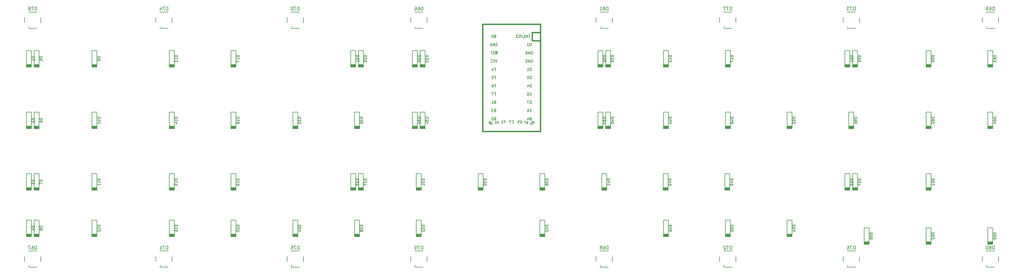
<source format=gbr>
G04 #@! TF.GenerationSoftware,KiCad,Pcbnew,(6.0.0-rc1-dev-577-ge0316af69)*
G04 #@! TF.CreationDate,2019-06-10T21:21:03-05:00*
G04 #@! TF.ProjectId,OrthonautSouthpaw,4F7274686F6E617574536F7574687061,v1*
G04 #@! TF.SameCoordinates,Original*
G04 #@! TF.FileFunction,Legend,Bot*
G04 #@! TF.FilePolarity,Positive*
%FSLAX46Y46*%
G04 Gerber Fmt 4.6, Leading zero omitted, Abs format (unit mm)*
G04 Created by KiCad (PCBNEW (6.0.0-rc1-dev-577-ge0316af69)) date 06/10/19 21:21:03*
%MOMM*%
%LPD*%
G01*
G04 APERTURE LIST*
%ADD10C,0.150000*%
%ADD11C,0.381000*%
G04 APERTURE END LIST*
D10*
G04 #@! TO.C,D68*
X237625000Y-96987500D02*
X237625000Y-95387500D01*
X232625000Y-96887500D02*
X232625000Y-95387500D01*
X233825000Y-98687500D02*
X236425000Y-98687500D01*
X236425000Y-93687500D02*
X233825000Y-93687500D01*
X233925000Y-98187500D02*
X233925000Y-98287500D01*
X234025000Y-98187500D02*
X233925000Y-98187500D01*
X234025000Y-98287500D02*
X234025000Y-98187500D01*
X233925000Y-98287500D02*
X234025000Y-98287500D01*
G04 #@! TO.C,D1*
X58949500Y-36215500D02*
X57425500Y-36215500D01*
X58949500Y-36342500D02*
X57425500Y-36342500D01*
X57425500Y-36469500D02*
X58949500Y-36469500D01*
X58949500Y-36850500D02*
X57425500Y-36850500D01*
X57425500Y-36723500D02*
X58949500Y-36723500D01*
X58949500Y-36596500D02*
X57425500Y-36596500D01*
X58949500Y-31897500D02*
X58949500Y-32405500D01*
X57425500Y-31897500D02*
X58949500Y-31897500D01*
X57425500Y-36977500D02*
X57425500Y-31897500D01*
X58949500Y-36977500D02*
X57425500Y-36977500D01*
X58949500Y-31897500D02*
X58949500Y-36977500D01*
G04 #@! TO.C,D2*
X58949500Y-55215500D02*
X57425500Y-55215500D01*
X58949500Y-55342500D02*
X57425500Y-55342500D01*
X57425500Y-55469500D02*
X58949500Y-55469500D01*
X58949500Y-55850500D02*
X57425500Y-55850500D01*
X57425500Y-55723500D02*
X58949500Y-55723500D01*
X58949500Y-55596500D02*
X57425500Y-55596500D01*
X58949500Y-50897500D02*
X58949500Y-51405500D01*
X57425500Y-50897500D02*
X58949500Y-50897500D01*
X57425500Y-55977500D02*
X57425500Y-50897500D01*
X58949500Y-55977500D02*
X57425500Y-55977500D01*
X58949500Y-50897500D02*
X58949500Y-55977500D01*
G04 #@! TO.C,D3*
X58949500Y-74215500D02*
X57425500Y-74215500D01*
X58949500Y-74342500D02*
X57425500Y-74342500D01*
X57425500Y-74469500D02*
X58949500Y-74469500D01*
X58949500Y-74850500D02*
X57425500Y-74850500D01*
X57425500Y-74723500D02*
X58949500Y-74723500D01*
X58949500Y-74596500D02*
X57425500Y-74596500D01*
X58949500Y-69897500D02*
X58949500Y-70405500D01*
X57425500Y-69897500D02*
X58949500Y-69897500D01*
X57425500Y-74977500D02*
X57425500Y-69897500D01*
X58949500Y-74977500D02*
X57425500Y-74977500D01*
X58949500Y-69897500D02*
X58949500Y-74977500D01*
G04 #@! TO.C,D5*
X61324500Y-36215500D02*
X59800500Y-36215500D01*
X61324500Y-36342500D02*
X59800500Y-36342500D01*
X59800500Y-36469500D02*
X61324500Y-36469500D01*
X61324500Y-36850500D02*
X59800500Y-36850500D01*
X59800500Y-36723500D02*
X61324500Y-36723500D01*
X61324500Y-36596500D02*
X59800500Y-36596500D01*
X61324500Y-31897500D02*
X61324500Y-32405500D01*
X59800500Y-31897500D02*
X61324500Y-31897500D01*
X59800500Y-36977500D02*
X59800500Y-31897500D01*
X61324500Y-36977500D02*
X59800500Y-36977500D01*
X61324500Y-31897500D02*
X61324500Y-36977500D01*
G04 #@! TO.C,D6*
X61324500Y-55215500D02*
X59800500Y-55215500D01*
X61324500Y-55342500D02*
X59800500Y-55342500D01*
X59800500Y-55469500D02*
X61324500Y-55469500D01*
X61324500Y-55850500D02*
X59800500Y-55850500D01*
X59800500Y-55723500D02*
X61324500Y-55723500D01*
X61324500Y-55596500D02*
X59800500Y-55596500D01*
X61324500Y-50897500D02*
X61324500Y-51405500D01*
X59800500Y-50897500D02*
X61324500Y-50897500D01*
X59800500Y-55977500D02*
X59800500Y-50897500D01*
X61324500Y-55977500D02*
X59800500Y-55977500D01*
X61324500Y-50897500D02*
X61324500Y-55977500D01*
G04 #@! TO.C,D7*
X61324500Y-74215500D02*
X59800500Y-74215500D01*
X61324500Y-74342500D02*
X59800500Y-74342500D01*
X59800500Y-74469500D02*
X61324500Y-74469500D01*
X61324500Y-74850500D02*
X59800500Y-74850500D01*
X59800500Y-74723500D02*
X61324500Y-74723500D01*
X61324500Y-74596500D02*
X59800500Y-74596500D01*
X61324500Y-69897500D02*
X61324500Y-70405500D01*
X59800500Y-69897500D02*
X61324500Y-69897500D01*
X59800500Y-74977500D02*
X59800500Y-69897500D01*
X61324500Y-74977500D02*
X59800500Y-74977500D01*
X61324500Y-69897500D02*
X61324500Y-74977500D01*
G04 #@! TO.C,D8*
X61324500Y-88465500D02*
X59800500Y-88465500D01*
X61324500Y-88592500D02*
X59800500Y-88592500D01*
X59800500Y-88719500D02*
X61324500Y-88719500D01*
X61324500Y-89100500D02*
X59800500Y-89100500D01*
X59800500Y-88973500D02*
X61324500Y-88973500D01*
X61324500Y-88846500D02*
X59800500Y-88846500D01*
X61324500Y-84147500D02*
X61324500Y-84655500D01*
X59800500Y-84147500D02*
X61324500Y-84147500D01*
X59800500Y-89227500D02*
X59800500Y-84147500D01*
X61324500Y-89227500D02*
X59800500Y-89227500D01*
X61324500Y-84147500D02*
X61324500Y-89227500D01*
G04 #@! TO.C,D9*
X79137000Y-36215500D02*
X77613000Y-36215500D01*
X79137000Y-36342500D02*
X77613000Y-36342500D01*
X77613000Y-36469500D02*
X79137000Y-36469500D01*
X79137000Y-36850500D02*
X77613000Y-36850500D01*
X77613000Y-36723500D02*
X79137000Y-36723500D01*
X79137000Y-36596500D02*
X77613000Y-36596500D01*
X79137000Y-31897500D02*
X79137000Y-32405500D01*
X77613000Y-31897500D02*
X79137000Y-31897500D01*
X77613000Y-36977500D02*
X77613000Y-31897500D01*
X79137000Y-36977500D02*
X77613000Y-36977500D01*
X79137000Y-31897500D02*
X79137000Y-36977500D01*
G04 #@! TO.C,D10*
X79137000Y-55215500D02*
X77613000Y-55215500D01*
X79137000Y-55342500D02*
X77613000Y-55342500D01*
X77613000Y-55469500D02*
X79137000Y-55469500D01*
X79137000Y-55850500D02*
X77613000Y-55850500D01*
X77613000Y-55723500D02*
X79137000Y-55723500D01*
X79137000Y-55596500D02*
X77613000Y-55596500D01*
X79137000Y-50897500D02*
X79137000Y-51405500D01*
X77613000Y-50897500D02*
X79137000Y-50897500D01*
X77613000Y-55977500D02*
X77613000Y-50897500D01*
X79137000Y-55977500D02*
X77613000Y-55977500D01*
X79137000Y-50897500D02*
X79137000Y-55977500D01*
G04 #@! TO.C,D11*
X79137000Y-74215500D02*
X77613000Y-74215500D01*
X79137000Y-74342500D02*
X77613000Y-74342500D01*
X77613000Y-74469500D02*
X79137000Y-74469500D01*
X79137000Y-74850500D02*
X77613000Y-74850500D01*
X77613000Y-74723500D02*
X79137000Y-74723500D01*
X79137000Y-74596500D02*
X77613000Y-74596500D01*
X79137000Y-69897500D02*
X79137000Y-70405500D01*
X77613000Y-69897500D02*
X79137000Y-69897500D01*
X77613000Y-74977500D02*
X77613000Y-69897500D01*
X79137000Y-74977500D02*
X77613000Y-74977500D01*
X79137000Y-69897500D02*
X79137000Y-74977500D01*
G04 #@! TO.C,D12*
X79137000Y-88465500D02*
X77613000Y-88465500D01*
X79137000Y-88592500D02*
X77613000Y-88592500D01*
X77613000Y-88719500D02*
X79137000Y-88719500D01*
X79137000Y-89100500D02*
X77613000Y-89100500D01*
X77613000Y-88973500D02*
X79137000Y-88973500D01*
X79137000Y-88846500D02*
X77613000Y-88846500D01*
X79137000Y-84147500D02*
X79137000Y-84655500D01*
X77613000Y-84147500D02*
X79137000Y-84147500D01*
X77613000Y-89227500D02*
X77613000Y-84147500D01*
X79137000Y-89227500D02*
X77613000Y-89227500D01*
X79137000Y-84147500D02*
X79137000Y-89227500D01*
G04 #@! TO.C,D13*
X102887000Y-31897500D02*
X102887000Y-36977500D01*
X102887000Y-36977500D02*
X101363000Y-36977500D01*
X101363000Y-36977500D02*
X101363000Y-31897500D01*
X101363000Y-31897500D02*
X102887000Y-31897500D01*
X102887000Y-31897500D02*
X102887000Y-32405500D01*
X102887000Y-36596500D02*
X101363000Y-36596500D01*
X101363000Y-36723500D02*
X102887000Y-36723500D01*
X102887000Y-36850500D02*
X101363000Y-36850500D01*
X101363000Y-36469500D02*
X102887000Y-36469500D01*
X102887000Y-36342500D02*
X101363000Y-36342500D01*
X102887000Y-36215500D02*
X101363000Y-36215500D01*
G04 #@! TO.C,D14*
X102887000Y-50897500D02*
X102887000Y-55977500D01*
X102887000Y-55977500D02*
X101363000Y-55977500D01*
X101363000Y-55977500D02*
X101363000Y-50897500D01*
X101363000Y-50897500D02*
X102887000Y-50897500D01*
X102887000Y-50897500D02*
X102887000Y-51405500D01*
X102887000Y-55596500D02*
X101363000Y-55596500D01*
X101363000Y-55723500D02*
X102887000Y-55723500D01*
X102887000Y-55850500D02*
X101363000Y-55850500D01*
X101363000Y-55469500D02*
X102887000Y-55469500D01*
X102887000Y-55342500D02*
X101363000Y-55342500D01*
X102887000Y-55215500D02*
X101363000Y-55215500D01*
G04 #@! TO.C,D15*
X102887000Y-69897500D02*
X102887000Y-74977500D01*
X102887000Y-74977500D02*
X101363000Y-74977500D01*
X101363000Y-74977500D02*
X101363000Y-69897500D01*
X101363000Y-69897500D02*
X102887000Y-69897500D01*
X102887000Y-69897500D02*
X102887000Y-70405500D01*
X102887000Y-74596500D02*
X101363000Y-74596500D01*
X101363000Y-74723500D02*
X102887000Y-74723500D01*
X102887000Y-74850500D02*
X101363000Y-74850500D01*
X101363000Y-74469500D02*
X102887000Y-74469500D01*
X102887000Y-74342500D02*
X101363000Y-74342500D01*
X102887000Y-74215500D02*
X101363000Y-74215500D01*
G04 #@! TO.C,D16*
X102887000Y-84147500D02*
X102887000Y-89227500D01*
X102887000Y-89227500D02*
X101363000Y-89227500D01*
X101363000Y-89227500D02*
X101363000Y-84147500D01*
X101363000Y-84147500D02*
X102887000Y-84147500D01*
X102887000Y-84147500D02*
X102887000Y-84655500D01*
X102887000Y-88846500D02*
X101363000Y-88846500D01*
X101363000Y-88973500D02*
X102887000Y-88973500D01*
X102887000Y-89100500D02*
X101363000Y-89100500D01*
X101363000Y-88719500D02*
X102887000Y-88719500D01*
X102887000Y-88592500D02*
X101363000Y-88592500D01*
X102887000Y-88465500D02*
X101363000Y-88465500D01*
G04 #@! TO.C,D17*
X121887000Y-31897500D02*
X121887000Y-36977500D01*
X121887000Y-36977500D02*
X120363000Y-36977500D01*
X120363000Y-36977500D02*
X120363000Y-31897500D01*
X120363000Y-31897500D02*
X121887000Y-31897500D01*
X121887000Y-31897500D02*
X121887000Y-32405500D01*
X121887000Y-36596500D02*
X120363000Y-36596500D01*
X120363000Y-36723500D02*
X121887000Y-36723500D01*
X121887000Y-36850500D02*
X120363000Y-36850500D01*
X120363000Y-36469500D02*
X121887000Y-36469500D01*
X121887000Y-36342500D02*
X120363000Y-36342500D01*
X121887000Y-36215500D02*
X120363000Y-36215500D01*
G04 #@! TO.C,D18*
X121887000Y-50897500D02*
X121887000Y-55977500D01*
X121887000Y-55977500D02*
X120363000Y-55977500D01*
X120363000Y-55977500D02*
X120363000Y-50897500D01*
X120363000Y-50897500D02*
X121887000Y-50897500D01*
X121887000Y-50897500D02*
X121887000Y-51405500D01*
X121887000Y-55596500D02*
X120363000Y-55596500D01*
X120363000Y-55723500D02*
X121887000Y-55723500D01*
X121887000Y-55850500D02*
X120363000Y-55850500D01*
X120363000Y-55469500D02*
X121887000Y-55469500D01*
X121887000Y-55342500D02*
X120363000Y-55342500D01*
X121887000Y-55215500D02*
X120363000Y-55215500D01*
G04 #@! TO.C,D19*
X121887000Y-69897500D02*
X121887000Y-74977500D01*
X121887000Y-74977500D02*
X120363000Y-74977500D01*
X120363000Y-74977500D02*
X120363000Y-69897500D01*
X120363000Y-69897500D02*
X121887000Y-69897500D01*
X121887000Y-69897500D02*
X121887000Y-70405500D01*
X121887000Y-74596500D02*
X120363000Y-74596500D01*
X120363000Y-74723500D02*
X121887000Y-74723500D01*
X121887000Y-74850500D02*
X120363000Y-74850500D01*
X120363000Y-74469500D02*
X121887000Y-74469500D01*
X121887000Y-74342500D02*
X120363000Y-74342500D01*
X121887000Y-74215500D02*
X120363000Y-74215500D01*
G04 #@! TO.C,D20*
X121887000Y-84147500D02*
X121887000Y-89227500D01*
X121887000Y-89227500D02*
X120363000Y-89227500D01*
X120363000Y-89227500D02*
X120363000Y-84147500D01*
X120363000Y-84147500D02*
X121887000Y-84147500D01*
X121887000Y-84147500D02*
X121887000Y-84655500D01*
X121887000Y-88846500D02*
X120363000Y-88846500D01*
X120363000Y-88973500D02*
X121887000Y-88973500D01*
X121887000Y-89100500D02*
X120363000Y-89100500D01*
X120363000Y-88719500D02*
X121887000Y-88719500D01*
X121887000Y-88592500D02*
X120363000Y-88592500D01*
X121887000Y-88465500D02*
X120363000Y-88465500D01*
G04 #@! TO.C,D21*
X158699500Y-31897500D02*
X158699500Y-36977500D01*
X158699500Y-36977500D02*
X157175500Y-36977500D01*
X157175500Y-36977500D02*
X157175500Y-31897500D01*
X157175500Y-31897500D02*
X158699500Y-31897500D01*
X158699500Y-31897500D02*
X158699500Y-32405500D01*
X158699500Y-36596500D02*
X157175500Y-36596500D01*
X157175500Y-36723500D02*
X158699500Y-36723500D01*
X158699500Y-36850500D02*
X157175500Y-36850500D01*
X157175500Y-36469500D02*
X158699500Y-36469500D01*
X158699500Y-36342500D02*
X157175500Y-36342500D01*
X158699500Y-36215500D02*
X157175500Y-36215500D01*
G04 #@! TO.C,D22*
X140887000Y-50897500D02*
X140887000Y-55977500D01*
X140887000Y-55977500D02*
X139363000Y-55977500D01*
X139363000Y-55977500D02*
X139363000Y-50897500D01*
X139363000Y-50897500D02*
X140887000Y-50897500D01*
X140887000Y-50897500D02*
X140887000Y-51405500D01*
X140887000Y-55596500D02*
X139363000Y-55596500D01*
X139363000Y-55723500D02*
X140887000Y-55723500D01*
X140887000Y-55850500D02*
X139363000Y-55850500D01*
X139363000Y-55469500D02*
X140887000Y-55469500D01*
X140887000Y-55342500D02*
X139363000Y-55342500D01*
X140887000Y-55215500D02*
X139363000Y-55215500D01*
G04 #@! TO.C,D23*
X158699500Y-69897500D02*
X158699500Y-74977500D01*
X158699500Y-74977500D02*
X157175500Y-74977500D01*
X157175500Y-74977500D02*
X157175500Y-69897500D01*
X157175500Y-69897500D02*
X158699500Y-69897500D01*
X158699500Y-69897500D02*
X158699500Y-70405500D01*
X158699500Y-74596500D02*
X157175500Y-74596500D01*
X157175500Y-74723500D02*
X158699500Y-74723500D01*
X158699500Y-74850500D02*
X157175500Y-74850500D01*
X157175500Y-74469500D02*
X158699500Y-74469500D01*
X158699500Y-74342500D02*
X157175500Y-74342500D01*
X158699500Y-74215500D02*
X157175500Y-74215500D01*
G04 #@! TO.C,D24*
X140887000Y-84147500D02*
X140887000Y-89227500D01*
X140887000Y-89227500D02*
X139363000Y-89227500D01*
X139363000Y-89227500D02*
X139363000Y-84147500D01*
X139363000Y-84147500D02*
X140887000Y-84147500D01*
X140887000Y-84147500D02*
X140887000Y-84655500D01*
X140887000Y-88846500D02*
X139363000Y-88846500D01*
X139363000Y-88973500D02*
X140887000Y-88973500D01*
X140887000Y-89100500D02*
X139363000Y-89100500D01*
X139363000Y-88719500D02*
X140887000Y-88719500D01*
X140887000Y-88592500D02*
X139363000Y-88592500D01*
X140887000Y-88465500D02*
X139363000Y-88465500D01*
G04 #@! TO.C,D25*
X161074500Y-31897500D02*
X161074500Y-36977500D01*
X161074500Y-36977500D02*
X159550500Y-36977500D01*
X159550500Y-36977500D02*
X159550500Y-31897500D01*
X159550500Y-31897500D02*
X161074500Y-31897500D01*
X161074500Y-31897500D02*
X161074500Y-32405500D01*
X161074500Y-36596500D02*
X159550500Y-36596500D01*
X159550500Y-36723500D02*
X161074500Y-36723500D01*
X161074500Y-36850500D02*
X159550500Y-36850500D01*
X159550500Y-36469500D02*
X161074500Y-36469500D01*
X161074500Y-36342500D02*
X159550500Y-36342500D01*
X161074500Y-36215500D02*
X159550500Y-36215500D01*
G04 #@! TO.C,D26*
X159887000Y-50897500D02*
X159887000Y-55977500D01*
X159887000Y-55977500D02*
X158363000Y-55977500D01*
X158363000Y-55977500D02*
X158363000Y-50897500D01*
X158363000Y-50897500D02*
X159887000Y-50897500D01*
X159887000Y-50897500D02*
X159887000Y-51405500D01*
X159887000Y-55596500D02*
X158363000Y-55596500D01*
X158363000Y-55723500D02*
X159887000Y-55723500D01*
X159887000Y-55850500D02*
X158363000Y-55850500D01*
X158363000Y-55469500D02*
X159887000Y-55469500D01*
X159887000Y-55342500D02*
X158363000Y-55342500D01*
X159887000Y-55215500D02*
X158363000Y-55215500D01*
G04 #@! TO.C,D27*
X161074500Y-69897500D02*
X161074500Y-74977500D01*
X161074500Y-74977500D02*
X159550500Y-74977500D01*
X159550500Y-74977500D02*
X159550500Y-69897500D01*
X159550500Y-69897500D02*
X161074500Y-69897500D01*
X161074500Y-69897500D02*
X161074500Y-70405500D01*
X161074500Y-74596500D02*
X159550500Y-74596500D01*
X159550500Y-74723500D02*
X161074500Y-74723500D01*
X161074500Y-74850500D02*
X159550500Y-74850500D01*
X159550500Y-74469500D02*
X161074500Y-74469500D01*
X161074500Y-74342500D02*
X159550500Y-74342500D01*
X161074500Y-74215500D02*
X159550500Y-74215500D01*
G04 #@! TO.C,D28*
X159887000Y-84147500D02*
X159887000Y-89227500D01*
X159887000Y-89227500D02*
X158363000Y-89227500D01*
X158363000Y-89227500D02*
X158363000Y-84147500D01*
X158363000Y-84147500D02*
X159887000Y-84147500D01*
X159887000Y-84147500D02*
X159887000Y-84655500D01*
X159887000Y-88846500D02*
X158363000Y-88846500D01*
X158363000Y-88973500D02*
X159887000Y-88973500D01*
X159887000Y-89100500D02*
X158363000Y-89100500D01*
X158363000Y-88719500D02*
X159887000Y-88719500D01*
X159887000Y-88592500D02*
X158363000Y-88592500D01*
X159887000Y-88465500D02*
X158363000Y-88465500D01*
G04 #@! TO.C,D29*
X177699500Y-31897500D02*
X177699500Y-36977500D01*
X177699500Y-36977500D02*
X176175500Y-36977500D01*
X176175500Y-36977500D02*
X176175500Y-31897500D01*
X176175500Y-31897500D02*
X177699500Y-31897500D01*
X177699500Y-31897500D02*
X177699500Y-32405500D01*
X177699500Y-36596500D02*
X176175500Y-36596500D01*
X176175500Y-36723500D02*
X177699500Y-36723500D01*
X177699500Y-36850500D02*
X176175500Y-36850500D01*
X176175500Y-36469500D02*
X177699500Y-36469500D01*
X177699500Y-36342500D02*
X176175500Y-36342500D01*
X177699500Y-36215500D02*
X176175500Y-36215500D01*
G04 #@! TO.C,D30*
X177699500Y-50897500D02*
X177699500Y-55977500D01*
X177699500Y-55977500D02*
X176175500Y-55977500D01*
X176175500Y-55977500D02*
X176175500Y-50897500D01*
X176175500Y-50897500D02*
X177699500Y-50897500D01*
X177699500Y-50897500D02*
X177699500Y-51405500D01*
X177699500Y-55596500D02*
X176175500Y-55596500D01*
X176175500Y-55723500D02*
X177699500Y-55723500D01*
X177699500Y-55850500D02*
X176175500Y-55850500D01*
X176175500Y-55469500D02*
X177699500Y-55469500D01*
X177699500Y-55342500D02*
X176175500Y-55342500D01*
X177699500Y-55215500D02*
X176175500Y-55215500D01*
G04 #@! TO.C,D31*
X178887000Y-69897500D02*
X178887000Y-74977500D01*
X178887000Y-74977500D02*
X177363000Y-74977500D01*
X177363000Y-74977500D02*
X177363000Y-69897500D01*
X177363000Y-69897500D02*
X178887000Y-69897500D01*
X178887000Y-69897500D02*
X178887000Y-70405500D01*
X178887000Y-74596500D02*
X177363000Y-74596500D01*
X177363000Y-74723500D02*
X178887000Y-74723500D01*
X178887000Y-74850500D02*
X177363000Y-74850500D01*
X177363000Y-74469500D02*
X178887000Y-74469500D01*
X178887000Y-74342500D02*
X177363000Y-74342500D01*
X178887000Y-74215500D02*
X177363000Y-74215500D01*
G04 #@! TO.C,D32*
X178887000Y-84147500D02*
X178887000Y-89227500D01*
X178887000Y-89227500D02*
X177363000Y-89227500D01*
X177363000Y-89227500D02*
X177363000Y-84147500D01*
X177363000Y-84147500D02*
X178887000Y-84147500D01*
X178887000Y-84147500D02*
X178887000Y-84655500D01*
X178887000Y-88846500D02*
X177363000Y-88846500D01*
X177363000Y-88973500D02*
X178887000Y-88973500D01*
X178887000Y-89100500D02*
X177363000Y-89100500D01*
X177363000Y-88719500D02*
X178887000Y-88719500D01*
X178887000Y-88592500D02*
X177363000Y-88592500D01*
X178887000Y-88465500D02*
X177363000Y-88465500D01*
G04 #@! TO.C,D33*
X180074500Y-31897500D02*
X180074500Y-36977500D01*
X180074500Y-36977500D02*
X178550500Y-36977500D01*
X178550500Y-36977500D02*
X178550500Y-31897500D01*
X178550500Y-31897500D02*
X180074500Y-31897500D01*
X180074500Y-31897500D02*
X180074500Y-32405500D01*
X180074500Y-36596500D02*
X178550500Y-36596500D01*
X178550500Y-36723500D02*
X180074500Y-36723500D01*
X180074500Y-36850500D02*
X178550500Y-36850500D01*
X178550500Y-36469500D02*
X180074500Y-36469500D01*
X180074500Y-36342500D02*
X178550500Y-36342500D01*
X180074500Y-36215500D02*
X178550500Y-36215500D01*
G04 #@! TO.C,D34*
X180074500Y-50897500D02*
X180074500Y-55977500D01*
X180074500Y-55977500D02*
X178550500Y-55977500D01*
X178550500Y-55977500D02*
X178550500Y-50897500D01*
X178550500Y-50897500D02*
X180074500Y-50897500D01*
X180074500Y-50897500D02*
X180074500Y-51405500D01*
X180074500Y-55596500D02*
X178550500Y-55596500D01*
X178550500Y-55723500D02*
X180074500Y-55723500D01*
X180074500Y-55850500D02*
X178550500Y-55850500D01*
X178550500Y-55469500D02*
X180074500Y-55469500D01*
X180074500Y-55342500D02*
X178550500Y-55342500D01*
X180074500Y-55215500D02*
X178550500Y-55215500D01*
G04 #@! TO.C,D35*
X197887000Y-69897500D02*
X197887000Y-74977500D01*
X197887000Y-74977500D02*
X196363000Y-74977500D01*
X196363000Y-74977500D02*
X196363000Y-69897500D01*
X196363000Y-69897500D02*
X197887000Y-69897500D01*
X197887000Y-69897500D02*
X197887000Y-70405500D01*
X197887000Y-74596500D02*
X196363000Y-74596500D01*
X196363000Y-74723500D02*
X197887000Y-74723500D01*
X197887000Y-74850500D02*
X196363000Y-74850500D01*
X196363000Y-74469500D02*
X197887000Y-74469500D01*
X197887000Y-74342500D02*
X196363000Y-74342500D01*
X197887000Y-74215500D02*
X196363000Y-74215500D01*
G04 #@! TO.C,D36*
X234699500Y-31897500D02*
X234699500Y-36977500D01*
X234699500Y-36977500D02*
X233175500Y-36977500D01*
X233175500Y-36977500D02*
X233175500Y-31897500D01*
X233175500Y-31897500D02*
X234699500Y-31897500D01*
X234699500Y-31897500D02*
X234699500Y-32405500D01*
X234699500Y-36596500D02*
X233175500Y-36596500D01*
X233175500Y-36723500D02*
X234699500Y-36723500D01*
X234699500Y-36850500D02*
X233175500Y-36850500D01*
X233175500Y-36469500D02*
X234699500Y-36469500D01*
X234699500Y-36342500D02*
X233175500Y-36342500D01*
X234699500Y-36215500D02*
X233175500Y-36215500D01*
G04 #@! TO.C,D37*
X234699500Y-50897500D02*
X234699500Y-55977500D01*
X234699500Y-55977500D02*
X233175500Y-55977500D01*
X233175500Y-55977500D02*
X233175500Y-50897500D01*
X233175500Y-50897500D02*
X234699500Y-50897500D01*
X234699500Y-50897500D02*
X234699500Y-51405500D01*
X234699500Y-55596500D02*
X233175500Y-55596500D01*
X233175500Y-55723500D02*
X234699500Y-55723500D01*
X234699500Y-55850500D02*
X233175500Y-55850500D01*
X233175500Y-55469500D02*
X234699500Y-55469500D01*
X234699500Y-55342500D02*
X233175500Y-55342500D01*
X234699500Y-55215500D02*
X233175500Y-55215500D01*
G04 #@! TO.C,D38*
X216887000Y-69897500D02*
X216887000Y-74977500D01*
X216887000Y-74977500D02*
X215363000Y-74977500D01*
X215363000Y-74977500D02*
X215363000Y-69897500D01*
X215363000Y-69897500D02*
X216887000Y-69897500D01*
X216887000Y-69897500D02*
X216887000Y-70405500D01*
X216887000Y-74596500D02*
X215363000Y-74596500D01*
X215363000Y-74723500D02*
X216887000Y-74723500D01*
X216887000Y-74850500D02*
X215363000Y-74850500D01*
X215363000Y-74469500D02*
X216887000Y-74469500D01*
X216887000Y-74342500D02*
X215363000Y-74342500D01*
X216887000Y-74215500D02*
X215363000Y-74215500D01*
G04 #@! TO.C,D39*
X237074500Y-31897500D02*
X237074500Y-36977500D01*
X237074500Y-36977500D02*
X235550500Y-36977500D01*
X235550500Y-36977500D02*
X235550500Y-31897500D01*
X235550500Y-31897500D02*
X237074500Y-31897500D01*
X237074500Y-31897500D02*
X237074500Y-32405500D01*
X237074500Y-36596500D02*
X235550500Y-36596500D01*
X235550500Y-36723500D02*
X237074500Y-36723500D01*
X237074500Y-36850500D02*
X235550500Y-36850500D01*
X235550500Y-36469500D02*
X237074500Y-36469500D01*
X237074500Y-36342500D02*
X235550500Y-36342500D01*
X237074500Y-36215500D02*
X235550500Y-36215500D01*
G04 #@! TO.C,D40*
X237074500Y-50897500D02*
X237074500Y-55977500D01*
X237074500Y-55977500D02*
X235550500Y-55977500D01*
X235550500Y-55977500D02*
X235550500Y-50897500D01*
X235550500Y-50897500D02*
X237074500Y-50897500D01*
X237074500Y-50897500D02*
X237074500Y-51405500D01*
X237074500Y-55596500D02*
X235550500Y-55596500D01*
X235550500Y-55723500D02*
X237074500Y-55723500D01*
X237074500Y-55850500D02*
X235550500Y-55850500D01*
X235550500Y-55469500D02*
X237074500Y-55469500D01*
X237074500Y-55342500D02*
X235550500Y-55342500D01*
X237074500Y-55215500D02*
X235550500Y-55215500D01*
G04 #@! TO.C,D41*
X235887000Y-69897500D02*
X235887000Y-74977500D01*
X235887000Y-74977500D02*
X234363000Y-74977500D01*
X234363000Y-74977500D02*
X234363000Y-69897500D01*
X234363000Y-69897500D02*
X235887000Y-69897500D01*
X235887000Y-69897500D02*
X235887000Y-70405500D01*
X235887000Y-74596500D02*
X234363000Y-74596500D01*
X234363000Y-74723500D02*
X235887000Y-74723500D01*
X235887000Y-74850500D02*
X234363000Y-74850500D01*
X234363000Y-74469500D02*
X235887000Y-74469500D01*
X235887000Y-74342500D02*
X234363000Y-74342500D01*
X235887000Y-74215500D02*
X234363000Y-74215500D01*
G04 #@! TO.C,D42*
X216887000Y-84147500D02*
X216887000Y-89227500D01*
X216887000Y-89227500D02*
X215363000Y-89227500D01*
X215363000Y-89227500D02*
X215363000Y-84147500D01*
X215363000Y-84147500D02*
X216887000Y-84147500D01*
X216887000Y-84147500D02*
X216887000Y-84655500D01*
X216887000Y-88846500D02*
X215363000Y-88846500D01*
X215363000Y-88973500D02*
X216887000Y-88973500D01*
X216887000Y-89100500D02*
X215363000Y-89100500D01*
X215363000Y-88719500D02*
X216887000Y-88719500D01*
X216887000Y-88592500D02*
X215363000Y-88592500D01*
X216887000Y-88465500D02*
X215363000Y-88465500D01*
G04 #@! TO.C,D43*
X254887000Y-31897500D02*
X254887000Y-36977500D01*
X254887000Y-36977500D02*
X253363000Y-36977500D01*
X253363000Y-36977500D02*
X253363000Y-31897500D01*
X253363000Y-31897500D02*
X254887000Y-31897500D01*
X254887000Y-31897500D02*
X254887000Y-32405500D01*
X254887000Y-36596500D02*
X253363000Y-36596500D01*
X253363000Y-36723500D02*
X254887000Y-36723500D01*
X254887000Y-36850500D02*
X253363000Y-36850500D01*
X253363000Y-36469500D02*
X254887000Y-36469500D01*
X254887000Y-36342500D02*
X253363000Y-36342500D01*
X254887000Y-36215500D02*
X253363000Y-36215500D01*
G04 #@! TO.C,D44*
X254887000Y-50897500D02*
X254887000Y-55977500D01*
X254887000Y-55977500D02*
X253363000Y-55977500D01*
X253363000Y-55977500D02*
X253363000Y-50897500D01*
X253363000Y-50897500D02*
X254887000Y-50897500D01*
X254887000Y-50897500D02*
X254887000Y-51405500D01*
X254887000Y-55596500D02*
X253363000Y-55596500D01*
X253363000Y-55723500D02*
X254887000Y-55723500D01*
X254887000Y-55850500D02*
X253363000Y-55850500D01*
X253363000Y-55469500D02*
X254887000Y-55469500D01*
X254887000Y-55342500D02*
X253363000Y-55342500D01*
X254887000Y-55215500D02*
X253363000Y-55215500D01*
G04 #@! TO.C,D45*
X254762000Y-74215500D02*
X253238000Y-74215500D01*
X254762000Y-74342500D02*
X253238000Y-74342500D01*
X253238000Y-74469500D02*
X254762000Y-74469500D01*
X254762000Y-74850500D02*
X253238000Y-74850500D01*
X253238000Y-74723500D02*
X254762000Y-74723500D01*
X254762000Y-74596500D02*
X253238000Y-74596500D01*
X254762000Y-69897500D02*
X254762000Y-70405500D01*
X253238000Y-69897500D02*
X254762000Y-69897500D01*
X253238000Y-74977500D02*
X253238000Y-69897500D01*
X254762000Y-74977500D02*
X253238000Y-74977500D01*
X254762000Y-69897500D02*
X254762000Y-74977500D01*
G04 #@! TO.C,D46*
X254887000Y-88465500D02*
X253363000Y-88465500D01*
X254887000Y-88592500D02*
X253363000Y-88592500D01*
X253363000Y-88719500D02*
X254887000Y-88719500D01*
X254887000Y-89100500D02*
X253363000Y-89100500D01*
X253363000Y-88973500D02*
X254887000Y-88973500D01*
X254887000Y-88846500D02*
X253363000Y-88846500D01*
X254887000Y-84147500D02*
X254887000Y-84655500D01*
X253363000Y-84147500D02*
X254887000Y-84147500D01*
X253363000Y-89227500D02*
X253363000Y-84147500D01*
X254887000Y-89227500D02*
X253363000Y-89227500D01*
X254887000Y-84147500D02*
X254887000Y-89227500D01*
G04 #@! TO.C,D47*
X273887000Y-36215500D02*
X272363000Y-36215500D01*
X273887000Y-36342500D02*
X272363000Y-36342500D01*
X272363000Y-36469500D02*
X273887000Y-36469500D01*
X273887000Y-36850500D02*
X272363000Y-36850500D01*
X272363000Y-36723500D02*
X273887000Y-36723500D01*
X273887000Y-36596500D02*
X272363000Y-36596500D01*
X273887000Y-31897500D02*
X273887000Y-32405500D01*
X272363000Y-31897500D02*
X273887000Y-31897500D01*
X272363000Y-36977500D02*
X272363000Y-31897500D01*
X273887000Y-36977500D02*
X272363000Y-36977500D01*
X273887000Y-31897500D02*
X273887000Y-36977500D01*
G04 #@! TO.C,D48*
X273887000Y-55215500D02*
X272363000Y-55215500D01*
X273887000Y-55342500D02*
X272363000Y-55342500D01*
X272363000Y-55469500D02*
X273887000Y-55469500D01*
X273887000Y-55850500D02*
X272363000Y-55850500D01*
X272363000Y-55723500D02*
X273887000Y-55723500D01*
X273887000Y-55596500D02*
X272363000Y-55596500D01*
X273887000Y-50897500D02*
X273887000Y-51405500D01*
X272363000Y-50897500D02*
X273887000Y-50897500D01*
X272363000Y-55977500D02*
X272363000Y-50897500D01*
X273887000Y-55977500D02*
X272363000Y-55977500D01*
X273887000Y-50897500D02*
X273887000Y-55977500D01*
G04 #@! TO.C,D49*
X273762000Y-74215500D02*
X272238000Y-74215500D01*
X273762000Y-74342500D02*
X272238000Y-74342500D01*
X272238000Y-74469500D02*
X273762000Y-74469500D01*
X273762000Y-74850500D02*
X272238000Y-74850500D01*
X272238000Y-74723500D02*
X273762000Y-74723500D01*
X273762000Y-74596500D02*
X272238000Y-74596500D01*
X273762000Y-69897500D02*
X273762000Y-70405500D01*
X272238000Y-69897500D02*
X273762000Y-69897500D01*
X272238000Y-74977500D02*
X272238000Y-69897500D01*
X273762000Y-74977500D02*
X272238000Y-74977500D01*
X273762000Y-69897500D02*
X273762000Y-74977500D01*
G04 #@! TO.C,D50*
X273887000Y-88465500D02*
X272363000Y-88465500D01*
X273887000Y-88592500D02*
X272363000Y-88592500D01*
X272363000Y-88719500D02*
X273887000Y-88719500D01*
X273887000Y-89100500D02*
X272363000Y-89100500D01*
X272363000Y-88973500D02*
X273887000Y-88973500D01*
X273887000Y-88846500D02*
X272363000Y-88846500D01*
X273887000Y-84147500D02*
X273887000Y-84655500D01*
X272363000Y-84147500D02*
X273887000Y-84147500D01*
X272363000Y-89227500D02*
X272363000Y-84147500D01*
X273887000Y-89227500D02*
X272363000Y-89227500D01*
X273887000Y-84147500D02*
X273887000Y-89227500D01*
G04 #@! TO.C,D51*
X310699500Y-36215500D02*
X309175500Y-36215500D01*
X310699500Y-36342500D02*
X309175500Y-36342500D01*
X309175500Y-36469500D02*
X310699500Y-36469500D01*
X310699500Y-36850500D02*
X309175500Y-36850500D01*
X309175500Y-36723500D02*
X310699500Y-36723500D01*
X310699500Y-36596500D02*
X309175500Y-36596500D01*
X310699500Y-31897500D02*
X310699500Y-32405500D01*
X309175500Y-31897500D02*
X310699500Y-31897500D01*
X309175500Y-36977500D02*
X309175500Y-31897500D01*
X310699500Y-36977500D02*
X309175500Y-36977500D01*
X310699500Y-31897500D02*
X310699500Y-36977500D01*
G04 #@! TO.C,D52*
X292887000Y-55215500D02*
X291363000Y-55215500D01*
X292887000Y-55342500D02*
X291363000Y-55342500D01*
X291363000Y-55469500D02*
X292887000Y-55469500D01*
X292887000Y-55850500D02*
X291363000Y-55850500D01*
X291363000Y-55723500D02*
X292887000Y-55723500D01*
X292887000Y-55596500D02*
X291363000Y-55596500D01*
X292887000Y-50897500D02*
X292887000Y-51405500D01*
X291363000Y-50897500D02*
X292887000Y-50897500D01*
X291363000Y-55977500D02*
X291363000Y-50897500D01*
X292887000Y-55977500D02*
X291363000Y-55977500D01*
X292887000Y-50897500D02*
X292887000Y-55977500D01*
G04 #@! TO.C,D53*
X310699500Y-74215500D02*
X309175500Y-74215500D01*
X310699500Y-74342500D02*
X309175500Y-74342500D01*
X309175500Y-74469500D02*
X310699500Y-74469500D01*
X310699500Y-74850500D02*
X309175500Y-74850500D01*
X309175500Y-74723500D02*
X310699500Y-74723500D01*
X310699500Y-74596500D02*
X309175500Y-74596500D01*
X310699500Y-69897500D02*
X310699500Y-70405500D01*
X309175500Y-69897500D02*
X310699500Y-69897500D01*
X309175500Y-74977500D02*
X309175500Y-69897500D01*
X310699500Y-74977500D02*
X309175500Y-74977500D01*
X310699500Y-69897500D02*
X310699500Y-74977500D01*
G04 #@! TO.C,D54*
X292887000Y-88465500D02*
X291363000Y-88465500D01*
X292887000Y-88592500D02*
X291363000Y-88592500D01*
X291363000Y-88719500D02*
X292887000Y-88719500D01*
X292887000Y-89100500D02*
X291363000Y-89100500D01*
X291363000Y-88973500D02*
X292887000Y-88973500D01*
X292887000Y-88846500D02*
X291363000Y-88846500D01*
X292887000Y-84147500D02*
X292887000Y-84655500D01*
X291363000Y-84147500D02*
X292887000Y-84147500D01*
X291363000Y-89227500D02*
X291363000Y-84147500D01*
X292887000Y-89227500D02*
X291363000Y-89227500D01*
X292887000Y-84147500D02*
X292887000Y-89227500D01*
G04 #@! TO.C,D55*
X313074500Y-36215500D02*
X311550500Y-36215500D01*
X313074500Y-36342500D02*
X311550500Y-36342500D01*
X311550500Y-36469500D02*
X313074500Y-36469500D01*
X313074500Y-36850500D02*
X311550500Y-36850500D01*
X311550500Y-36723500D02*
X313074500Y-36723500D01*
X313074500Y-36596500D02*
X311550500Y-36596500D01*
X313074500Y-31897500D02*
X313074500Y-32405500D01*
X311550500Y-31897500D02*
X313074500Y-31897500D01*
X311550500Y-36977500D02*
X311550500Y-31897500D01*
X313074500Y-36977500D02*
X311550500Y-36977500D01*
X313074500Y-31897500D02*
X313074500Y-36977500D01*
G04 #@! TO.C,D56*
X311887000Y-55215500D02*
X310363000Y-55215500D01*
X311887000Y-55342500D02*
X310363000Y-55342500D01*
X310363000Y-55469500D02*
X311887000Y-55469500D01*
X311887000Y-55850500D02*
X310363000Y-55850500D01*
X310363000Y-55723500D02*
X311887000Y-55723500D01*
X311887000Y-55596500D02*
X310363000Y-55596500D01*
X311887000Y-50897500D02*
X311887000Y-51405500D01*
X310363000Y-50897500D02*
X311887000Y-50897500D01*
X310363000Y-55977500D02*
X310363000Y-50897500D01*
X311887000Y-55977500D02*
X310363000Y-55977500D01*
X311887000Y-50897500D02*
X311887000Y-55977500D01*
G04 #@! TO.C,D57*
X313074500Y-74215500D02*
X311550500Y-74215500D01*
X313074500Y-74342500D02*
X311550500Y-74342500D01*
X311550500Y-74469500D02*
X313074500Y-74469500D01*
X313074500Y-74850500D02*
X311550500Y-74850500D01*
X311550500Y-74723500D02*
X313074500Y-74723500D01*
X313074500Y-74596500D02*
X311550500Y-74596500D01*
X313074500Y-69897500D02*
X313074500Y-70405500D01*
X311550500Y-69897500D02*
X313074500Y-69897500D01*
X311550500Y-74977500D02*
X311550500Y-69897500D01*
X313074500Y-74977500D02*
X311550500Y-74977500D01*
X313074500Y-69897500D02*
X313074500Y-74977500D01*
G04 #@! TO.C,D58*
X316637000Y-90840500D02*
X315113000Y-90840500D01*
X316637000Y-90967500D02*
X315113000Y-90967500D01*
X315113000Y-91094500D02*
X316637000Y-91094500D01*
X316637000Y-91475500D02*
X315113000Y-91475500D01*
X315113000Y-91348500D02*
X316637000Y-91348500D01*
X316637000Y-91221500D02*
X315113000Y-91221500D01*
X316637000Y-86522500D02*
X316637000Y-87030500D01*
X315113000Y-86522500D02*
X316637000Y-86522500D01*
X315113000Y-91602500D02*
X315113000Y-86522500D01*
X316637000Y-91602500D02*
X315113000Y-91602500D01*
X316637000Y-86522500D02*
X316637000Y-91602500D01*
G04 #@! TO.C,D59*
X335637000Y-36215500D02*
X334113000Y-36215500D01*
X335637000Y-36342500D02*
X334113000Y-36342500D01*
X334113000Y-36469500D02*
X335637000Y-36469500D01*
X335637000Y-36850500D02*
X334113000Y-36850500D01*
X334113000Y-36723500D02*
X335637000Y-36723500D01*
X335637000Y-36596500D02*
X334113000Y-36596500D01*
X335637000Y-31897500D02*
X335637000Y-32405500D01*
X334113000Y-31897500D02*
X335637000Y-31897500D01*
X334113000Y-36977500D02*
X334113000Y-31897500D01*
X335637000Y-36977500D02*
X334113000Y-36977500D01*
X335637000Y-31897500D02*
X335637000Y-36977500D01*
G04 #@! TO.C,D60*
X335637000Y-55215500D02*
X334113000Y-55215500D01*
X335637000Y-55342500D02*
X334113000Y-55342500D01*
X334113000Y-55469500D02*
X335637000Y-55469500D01*
X335637000Y-55850500D02*
X334113000Y-55850500D01*
X334113000Y-55723500D02*
X335637000Y-55723500D01*
X335637000Y-55596500D02*
X334113000Y-55596500D01*
X335637000Y-50897500D02*
X335637000Y-51405500D01*
X334113000Y-50897500D02*
X335637000Y-50897500D01*
X334113000Y-55977500D02*
X334113000Y-50897500D01*
X335637000Y-55977500D02*
X334113000Y-55977500D01*
X335637000Y-50897500D02*
X335637000Y-55977500D01*
G04 #@! TO.C,D61*
X335637000Y-74215500D02*
X334113000Y-74215500D01*
X335637000Y-74342500D02*
X334113000Y-74342500D01*
X334113000Y-74469500D02*
X335637000Y-74469500D01*
X335637000Y-74850500D02*
X334113000Y-74850500D01*
X334113000Y-74723500D02*
X335637000Y-74723500D01*
X335637000Y-74596500D02*
X334113000Y-74596500D01*
X335637000Y-69897500D02*
X335637000Y-70405500D01*
X334113000Y-69897500D02*
X335637000Y-69897500D01*
X334113000Y-74977500D02*
X334113000Y-69897500D01*
X335637000Y-74977500D02*
X334113000Y-74977500D01*
X335637000Y-69897500D02*
X335637000Y-74977500D01*
G04 #@! TO.C,D62*
X335637000Y-90840500D02*
X334113000Y-90840500D01*
X335637000Y-90967500D02*
X334113000Y-90967500D01*
X334113000Y-91094500D02*
X335637000Y-91094500D01*
X335637000Y-91475500D02*
X334113000Y-91475500D01*
X334113000Y-91348500D02*
X335637000Y-91348500D01*
X335637000Y-91221500D02*
X334113000Y-91221500D01*
X335637000Y-86522500D02*
X335637000Y-87030500D01*
X334113000Y-86522500D02*
X335637000Y-86522500D01*
X334113000Y-91602500D02*
X334113000Y-86522500D01*
X335637000Y-91602500D02*
X334113000Y-91602500D01*
X335637000Y-86522500D02*
X335637000Y-91602500D01*
G04 #@! TO.C,D63*
X354637000Y-36215500D02*
X353113000Y-36215500D01*
X354637000Y-36342500D02*
X353113000Y-36342500D01*
X353113000Y-36469500D02*
X354637000Y-36469500D01*
X354637000Y-36850500D02*
X353113000Y-36850500D01*
X353113000Y-36723500D02*
X354637000Y-36723500D01*
X354637000Y-36596500D02*
X353113000Y-36596500D01*
X354637000Y-31897500D02*
X354637000Y-32405500D01*
X353113000Y-31897500D02*
X354637000Y-31897500D01*
X353113000Y-36977500D02*
X353113000Y-31897500D01*
X354637000Y-36977500D02*
X353113000Y-36977500D01*
X354637000Y-31897500D02*
X354637000Y-36977500D01*
G04 #@! TO.C,D64*
X354637000Y-55215500D02*
X353113000Y-55215500D01*
X354637000Y-55342500D02*
X353113000Y-55342500D01*
X353113000Y-55469500D02*
X354637000Y-55469500D01*
X354637000Y-55850500D02*
X353113000Y-55850500D01*
X353113000Y-55723500D02*
X354637000Y-55723500D01*
X354637000Y-55596500D02*
X353113000Y-55596500D01*
X354637000Y-50897500D02*
X354637000Y-51405500D01*
X353113000Y-50897500D02*
X354637000Y-50897500D01*
X353113000Y-55977500D02*
X353113000Y-50897500D01*
X354637000Y-55977500D02*
X353113000Y-55977500D01*
X354637000Y-50897500D02*
X354637000Y-55977500D01*
G04 #@! TO.C,D65*
X354637000Y-90840500D02*
X353113000Y-90840500D01*
X354637000Y-90967500D02*
X353113000Y-90967500D01*
X353113000Y-91094500D02*
X354637000Y-91094500D01*
X354637000Y-91475500D02*
X353113000Y-91475500D01*
X353113000Y-91348500D02*
X354637000Y-91348500D01*
X354637000Y-91221500D02*
X353113000Y-91221500D01*
X354637000Y-86522500D02*
X354637000Y-87030500D01*
X353113000Y-86522500D02*
X354637000Y-86522500D01*
X353113000Y-91602500D02*
X353113000Y-86522500D01*
X354637000Y-91602500D02*
X353113000Y-91602500D01*
X354637000Y-86522500D02*
X354637000Y-91602500D01*
G04 #@! TO.C,D66*
X180625000Y-23362500D02*
X180625000Y-21762500D01*
X175625000Y-23262500D02*
X175625000Y-21762500D01*
X176825000Y-25062500D02*
X179425000Y-25062500D01*
X179425000Y-20062500D02*
X176825000Y-20062500D01*
X176925000Y-24562500D02*
X176925000Y-24662500D01*
X177025000Y-24562500D02*
X176925000Y-24562500D01*
X177025000Y-24662500D02*
X177025000Y-24562500D01*
X176925000Y-24662500D02*
X177025000Y-24662500D01*
G04 #@! TO.C,D67*
X58175000Y-98287500D02*
X58275000Y-98287500D01*
X58275000Y-98287500D02*
X58275000Y-98187500D01*
X58275000Y-98187500D02*
X58175000Y-98187500D01*
X58175000Y-98187500D02*
X58175000Y-98287500D01*
X60675000Y-93687500D02*
X58075000Y-93687500D01*
X58075000Y-98687500D02*
X60675000Y-98687500D01*
X56875000Y-96887500D02*
X56875000Y-95387500D01*
X61875000Y-96987500D02*
X61875000Y-95387500D01*
G04 #@! TO.C,D69*
X356375000Y-23362500D02*
X356375000Y-21762500D01*
X351375000Y-23262500D02*
X351375000Y-21762500D01*
X352575000Y-25062500D02*
X355175000Y-25062500D01*
X355175000Y-20062500D02*
X352575000Y-20062500D01*
X352675000Y-24562500D02*
X352675000Y-24662500D01*
X352775000Y-24562500D02*
X352675000Y-24562500D01*
X352775000Y-24662500D02*
X352775000Y-24562500D01*
X352675000Y-24662500D02*
X352775000Y-24662500D01*
G04 #@! TO.C,D70*
X138925000Y-24662500D02*
X139025000Y-24662500D01*
X139025000Y-24662500D02*
X139025000Y-24562500D01*
X139025000Y-24562500D02*
X138925000Y-24562500D01*
X138925000Y-24562500D02*
X138925000Y-24662500D01*
X141425000Y-20062500D02*
X138825000Y-20062500D01*
X138825000Y-25062500D02*
X141425000Y-25062500D01*
X137625000Y-23262500D02*
X137625000Y-21762500D01*
X142625000Y-23362500D02*
X142625000Y-21762500D01*
G04 #@! TO.C,D71*
X102250000Y-96987500D02*
X102250000Y-95387500D01*
X97250000Y-96887500D02*
X97250000Y-95387500D01*
X98450000Y-98687500D02*
X101050000Y-98687500D01*
X101050000Y-93687500D02*
X98450000Y-93687500D01*
X98550000Y-98187500D02*
X98550000Y-98287500D01*
X98650000Y-98187500D02*
X98550000Y-98187500D01*
X98650000Y-98287500D02*
X98650000Y-98187500D01*
X98550000Y-98287500D02*
X98650000Y-98287500D01*
G04 #@! TO.C,D72*
X271925000Y-98287500D02*
X272025000Y-98287500D01*
X272025000Y-98287500D02*
X272025000Y-98187500D01*
X272025000Y-98187500D02*
X271925000Y-98187500D01*
X271925000Y-98187500D02*
X271925000Y-98287500D01*
X274425000Y-93687500D02*
X271825000Y-93687500D01*
X271825000Y-98687500D02*
X274425000Y-98687500D01*
X270625000Y-96887500D02*
X270625000Y-95387500D01*
X275625000Y-96987500D02*
X275625000Y-95387500D01*
G04 #@! TO.C,D73*
X309925000Y-24662500D02*
X310025000Y-24662500D01*
X310025000Y-24662500D02*
X310025000Y-24562500D01*
X310025000Y-24562500D02*
X309925000Y-24562500D01*
X309925000Y-24562500D02*
X309925000Y-24662500D01*
X312425000Y-20062500D02*
X309825000Y-20062500D01*
X309825000Y-25062500D02*
X312425000Y-25062500D01*
X308625000Y-23262500D02*
X308625000Y-21762500D01*
X313625000Y-23362500D02*
X313625000Y-21762500D01*
G04 #@! TO.C,D74*
X102250000Y-23362500D02*
X102250000Y-21762500D01*
X97250000Y-23262500D02*
X97250000Y-21762500D01*
X98450000Y-25062500D02*
X101050000Y-25062500D01*
X101050000Y-20062500D02*
X98450000Y-20062500D01*
X98550000Y-24562500D02*
X98550000Y-24662500D01*
X98650000Y-24562500D02*
X98550000Y-24562500D01*
X98650000Y-24662500D02*
X98650000Y-24562500D01*
X98550000Y-24662500D02*
X98650000Y-24662500D01*
G04 #@! TO.C,D75*
X142625000Y-96987500D02*
X142625000Y-95387500D01*
X137625000Y-96887500D02*
X137625000Y-95387500D01*
X138825000Y-98687500D02*
X141425000Y-98687500D01*
X141425000Y-93687500D02*
X138825000Y-93687500D01*
X138925000Y-98187500D02*
X138925000Y-98287500D01*
X139025000Y-98187500D02*
X138925000Y-98187500D01*
X139025000Y-98287500D02*
X139025000Y-98187500D01*
X138925000Y-98287500D02*
X139025000Y-98287500D01*
G04 #@! TO.C,D76*
X313625000Y-96987500D02*
X313625000Y-95387500D01*
X308625000Y-96887500D02*
X308625000Y-95387500D01*
X309825000Y-98687500D02*
X312425000Y-98687500D01*
X312425000Y-93687500D02*
X309825000Y-93687500D01*
X309925000Y-98187500D02*
X309925000Y-98287500D01*
X310025000Y-98187500D02*
X309925000Y-98187500D01*
X310025000Y-98287500D02*
X310025000Y-98187500D01*
X309925000Y-98287500D02*
X310025000Y-98287500D01*
G04 #@! TO.C,D77*
X275625000Y-23362500D02*
X275625000Y-21762500D01*
X270625000Y-23262500D02*
X270625000Y-21762500D01*
X271825000Y-25062500D02*
X274425000Y-25062500D01*
X274425000Y-20062500D02*
X271825000Y-20062500D01*
X271925000Y-24562500D02*
X271925000Y-24662500D01*
X272025000Y-24562500D02*
X271925000Y-24562500D01*
X272025000Y-24662500D02*
X272025000Y-24562500D01*
X271925000Y-24662500D02*
X272025000Y-24662500D01*
G04 #@! TO.C,D78*
X58175000Y-24662500D02*
X58275000Y-24662500D01*
X58275000Y-24662500D02*
X58275000Y-24562500D01*
X58275000Y-24562500D02*
X58175000Y-24562500D01*
X58175000Y-24562500D02*
X58175000Y-24662500D01*
X60675000Y-20062500D02*
X58075000Y-20062500D01*
X58075000Y-25062500D02*
X60675000Y-25062500D01*
X56875000Y-23262500D02*
X56875000Y-21762500D01*
X61875000Y-23362500D02*
X61875000Y-21762500D01*
G04 #@! TO.C,D79*
X176925000Y-98287500D02*
X177025000Y-98287500D01*
X177025000Y-98287500D02*
X177025000Y-98187500D01*
X177025000Y-98187500D02*
X176925000Y-98187500D01*
X176925000Y-98187500D02*
X176925000Y-98287500D01*
X179425000Y-93687500D02*
X176825000Y-93687500D01*
X176825000Y-98687500D02*
X179425000Y-98687500D01*
X175625000Y-96887500D02*
X175625000Y-95387500D01*
X180625000Y-96987500D02*
X180625000Y-95387500D01*
G04 #@! TO.C,D80*
X352675000Y-98287500D02*
X352775000Y-98287500D01*
X352775000Y-98287500D02*
X352775000Y-98187500D01*
X352775000Y-98187500D02*
X352675000Y-98187500D01*
X352675000Y-98187500D02*
X352675000Y-98287500D01*
X355175000Y-93687500D02*
X352575000Y-93687500D01*
X352575000Y-98687500D02*
X355175000Y-98687500D01*
X351375000Y-96887500D02*
X351375000Y-95387500D01*
X356375000Y-96987500D02*
X356375000Y-95387500D01*
G04 #@! TO.C,D81*
X233925000Y-24662500D02*
X234025000Y-24662500D01*
X234025000Y-24662500D02*
X234025000Y-24562500D01*
X234025000Y-24562500D02*
X233925000Y-24562500D01*
X233925000Y-24562500D02*
X233925000Y-24662500D01*
X236425000Y-20062500D02*
X233825000Y-20062500D01*
X233825000Y-25062500D02*
X236425000Y-25062500D01*
X232625000Y-23262500D02*
X232625000Y-21762500D01*
X237625000Y-23362500D02*
X237625000Y-21762500D01*
D11*
G04 #@! TO.C,U1*
X215515000Y-26322500D02*
X215515000Y-56802500D01*
X215515000Y-56802500D02*
X197735000Y-56802500D01*
X197735000Y-56802500D02*
X197735000Y-26322500D01*
X212975000Y-26322500D02*
X212975000Y-28862500D01*
X212975000Y-28862500D02*
X215515000Y-28862500D01*
D10*
G36*
X201693432Y-32201860D02*
X201693432Y-32501860D01*
X201793432Y-32501860D01*
X201793432Y-32201860D01*
X201693432Y-32201860D01*
G37*
X201693432Y-32201860D02*
X201693432Y-32501860D01*
X201793432Y-32501860D01*
X201793432Y-32201860D01*
X201693432Y-32201860D01*
G36*
X201893432Y-32601860D02*
X201893432Y-32701860D01*
X201993432Y-32701860D01*
X201993432Y-32601860D01*
X201893432Y-32601860D01*
G37*
X201893432Y-32601860D02*
X201893432Y-32701860D01*
X201993432Y-32701860D01*
X201993432Y-32601860D01*
X201893432Y-32601860D01*
G36*
X201693432Y-32201860D02*
X201693432Y-32301860D01*
X202193432Y-32301860D01*
X202193432Y-32201860D01*
X201693432Y-32201860D01*
G37*
X201693432Y-32201860D02*
X201693432Y-32301860D01*
X202193432Y-32301860D01*
X202193432Y-32201860D01*
X201693432Y-32201860D01*
G36*
X202093432Y-32201860D02*
X202093432Y-33001860D01*
X202193432Y-33001860D01*
X202193432Y-32201860D01*
X202093432Y-32201860D01*
G37*
X202093432Y-32201860D02*
X202093432Y-33001860D01*
X202193432Y-33001860D01*
X202193432Y-32201860D01*
X202093432Y-32201860D01*
G36*
X201693432Y-32801860D02*
X201693432Y-33001860D01*
X201793432Y-33001860D01*
X201793432Y-32801860D01*
X201693432Y-32801860D01*
G37*
X201693432Y-32801860D02*
X201693432Y-33001860D01*
X201793432Y-33001860D01*
X201793432Y-32801860D01*
X201693432Y-32801860D01*
D11*
X197735000Y-26322500D02*
X197735000Y-23782500D01*
X197735000Y-23782500D02*
X215515000Y-23782500D01*
X215515000Y-23782500D02*
X215515000Y-26322500D01*
X212975000Y-26322500D02*
X215515000Y-26322500D01*
D10*
G04 #@! TO.C,D4*
X58949500Y-88465500D02*
X57425500Y-88465500D01*
X58949500Y-88592500D02*
X57425500Y-88592500D01*
X57425500Y-88719500D02*
X58949500Y-88719500D01*
X58949500Y-89100500D02*
X57425500Y-89100500D01*
X57425500Y-88973500D02*
X58949500Y-88973500D01*
X58949500Y-88846500D02*
X57425500Y-88846500D01*
X58949500Y-84147500D02*
X58949500Y-84655500D01*
X57425500Y-84147500D02*
X58949500Y-84147500D01*
X57425500Y-89227500D02*
X57425500Y-84147500D01*
X58949500Y-89227500D02*
X57425500Y-89227500D01*
X58949500Y-84147500D02*
X58949500Y-89227500D01*
G04 #@! TO.C,D68*
X236339285Y-93139880D02*
X236339285Y-92139880D01*
X236101190Y-92139880D01*
X235958333Y-92187500D01*
X235863095Y-92282738D01*
X235815476Y-92377976D01*
X235767857Y-92568452D01*
X235767857Y-92711309D01*
X235815476Y-92901785D01*
X235863095Y-92997023D01*
X235958333Y-93092261D01*
X236101190Y-93139880D01*
X236339285Y-93139880D01*
X234910714Y-92139880D02*
X235101190Y-92139880D01*
X235196428Y-92187500D01*
X235244047Y-92235119D01*
X235339285Y-92377976D01*
X235386904Y-92568452D01*
X235386904Y-92949404D01*
X235339285Y-93044642D01*
X235291666Y-93092261D01*
X235196428Y-93139880D01*
X235005952Y-93139880D01*
X234910714Y-93092261D01*
X234863095Y-93044642D01*
X234815476Y-92949404D01*
X234815476Y-92711309D01*
X234863095Y-92616071D01*
X234910714Y-92568452D01*
X235005952Y-92520833D01*
X235196428Y-92520833D01*
X235291666Y-92568452D01*
X235339285Y-92616071D01*
X235386904Y-92711309D01*
X234244047Y-92568452D02*
X234339285Y-92520833D01*
X234386904Y-92473214D01*
X234434523Y-92377976D01*
X234434523Y-92330357D01*
X234386904Y-92235119D01*
X234339285Y-92187500D01*
X234244047Y-92139880D01*
X234053571Y-92139880D01*
X233958333Y-92187500D01*
X233910714Y-92235119D01*
X233863095Y-92330357D01*
X233863095Y-92377976D01*
X233910714Y-92473214D01*
X233958333Y-92520833D01*
X234053571Y-92568452D01*
X234244047Y-92568452D01*
X234339285Y-92616071D01*
X234386904Y-92663690D01*
X234434523Y-92758928D01*
X234434523Y-92949404D01*
X234386904Y-93044642D01*
X234339285Y-93092261D01*
X234244047Y-93139880D01*
X234053571Y-93139880D01*
X233958333Y-93092261D01*
X233910714Y-93044642D01*
X233863095Y-92949404D01*
X233863095Y-92758928D01*
X233910714Y-92663690D01*
X233958333Y-92616071D01*
X234053571Y-92568452D01*
G04 #@! TO.C,D1*
X59949404Y-33821623D02*
X59149404Y-33821623D01*
X59149404Y-34012100D01*
X59187500Y-34126385D01*
X59263690Y-34202576D01*
X59339880Y-34240671D01*
X59492261Y-34278766D01*
X59606547Y-34278766D01*
X59758928Y-34240671D01*
X59835119Y-34202576D01*
X59911309Y-34126385D01*
X59949404Y-34012100D01*
X59949404Y-33821623D01*
X59949404Y-35040671D02*
X59949404Y-34583528D01*
X59949404Y-34812100D02*
X59149404Y-34812100D01*
X59263690Y-34735909D01*
X59339880Y-34659719D01*
X59377976Y-34583528D01*
G04 #@! TO.C,D2*
X59949404Y-52821623D02*
X59149404Y-52821623D01*
X59149404Y-53012100D01*
X59187500Y-53126385D01*
X59263690Y-53202576D01*
X59339880Y-53240671D01*
X59492261Y-53278766D01*
X59606547Y-53278766D01*
X59758928Y-53240671D01*
X59835119Y-53202576D01*
X59911309Y-53126385D01*
X59949404Y-53012100D01*
X59949404Y-52821623D01*
X59225595Y-53583528D02*
X59187500Y-53621623D01*
X59149404Y-53697814D01*
X59149404Y-53888290D01*
X59187500Y-53964480D01*
X59225595Y-54002576D01*
X59301785Y-54040671D01*
X59377976Y-54040671D01*
X59492261Y-54002576D01*
X59949404Y-53545433D01*
X59949404Y-54040671D01*
G04 #@! TO.C,D3*
X59949404Y-71821623D02*
X59149404Y-71821623D01*
X59149404Y-72012100D01*
X59187500Y-72126385D01*
X59263690Y-72202576D01*
X59339880Y-72240671D01*
X59492261Y-72278766D01*
X59606547Y-72278766D01*
X59758928Y-72240671D01*
X59835119Y-72202576D01*
X59911309Y-72126385D01*
X59949404Y-72012100D01*
X59949404Y-71821623D01*
X59149404Y-72545433D02*
X59149404Y-73040671D01*
X59454166Y-72774004D01*
X59454166Y-72888290D01*
X59492261Y-72964480D01*
X59530357Y-73002576D01*
X59606547Y-73040671D01*
X59797023Y-73040671D01*
X59873214Y-73002576D01*
X59911309Y-72964480D01*
X59949404Y-72888290D01*
X59949404Y-72659719D01*
X59911309Y-72583528D01*
X59873214Y-72545433D01*
G04 #@! TO.C,D5*
X62324404Y-33821623D02*
X61524404Y-33821623D01*
X61524404Y-34012100D01*
X61562500Y-34126385D01*
X61638690Y-34202576D01*
X61714880Y-34240671D01*
X61867261Y-34278766D01*
X61981547Y-34278766D01*
X62133928Y-34240671D01*
X62210119Y-34202576D01*
X62286309Y-34126385D01*
X62324404Y-34012100D01*
X62324404Y-33821623D01*
X61524404Y-35002576D02*
X61524404Y-34621623D01*
X61905357Y-34583528D01*
X61867261Y-34621623D01*
X61829166Y-34697814D01*
X61829166Y-34888290D01*
X61867261Y-34964480D01*
X61905357Y-35002576D01*
X61981547Y-35040671D01*
X62172023Y-35040671D01*
X62248214Y-35002576D01*
X62286309Y-34964480D01*
X62324404Y-34888290D01*
X62324404Y-34697814D01*
X62286309Y-34621623D01*
X62248214Y-34583528D01*
G04 #@! TO.C,D6*
X62324404Y-52821623D02*
X61524404Y-52821623D01*
X61524404Y-53012100D01*
X61562500Y-53126385D01*
X61638690Y-53202576D01*
X61714880Y-53240671D01*
X61867261Y-53278766D01*
X61981547Y-53278766D01*
X62133928Y-53240671D01*
X62210119Y-53202576D01*
X62286309Y-53126385D01*
X62324404Y-53012100D01*
X62324404Y-52821623D01*
X61524404Y-53964480D02*
X61524404Y-53812100D01*
X61562500Y-53735909D01*
X61600595Y-53697814D01*
X61714880Y-53621623D01*
X61867261Y-53583528D01*
X62172023Y-53583528D01*
X62248214Y-53621623D01*
X62286309Y-53659719D01*
X62324404Y-53735909D01*
X62324404Y-53888290D01*
X62286309Y-53964480D01*
X62248214Y-54002576D01*
X62172023Y-54040671D01*
X61981547Y-54040671D01*
X61905357Y-54002576D01*
X61867261Y-53964480D01*
X61829166Y-53888290D01*
X61829166Y-53735909D01*
X61867261Y-53659719D01*
X61905357Y-53621623D01*
X61981547Y-53583528D01*
G04 #@! TO.C,D7*
X62324404Y-71821623D02*
X61524404Y-71821623D01*
X61524404Y-72012100D01*
X61562500Y-72126385D01*
X61638690Y-72202576D01*
X61714880Y-72240671D01*
X61867261Y-72278766D01*
X61981547Y-72278766D01*
X62133928Y-72240671D01*
X62210119Y-72202576D01*
X62286309Y-72126385D01*
X62324404Y-72012100D01*
X62324404Y-71821623D01*
X61524404Y-72545433D02*
X61524404Y-73078766D01*
X62324404Y-72735909D01*
G04 #@! TO.C,D8*
X62324404Y-86071623D02*
X61524404Y-86071623D01*
X61524404Y-86262100D01*
X61562500Y-86376385D01*
X61638690Y-86452576D01*
X61714880Y-86490671D01*
X61867261Y-86528766D01*
X61981547Y-86528766D01*
X62133928Y-86490671D01*
X62210119Y-86452576D01*
X62286309Y-86376385D01*
X62324404Y-86262100D01*
X62324404Y-86071623D01*
X61867261Y-86985909D02*
X61829166Y-86909719D01*
X61791071Y-86871623D01*
X61714880Y-86833528D01*
X61676785Y-86833528D01*
X61600595Y-86871623D01*
X61562500Y-86909719D01*
X61524404Y-86985909D01*
X61524404Y-87138290D01*
X61562500Y-87214480D01*
X61600595Y-87252576D01*
X61676785Y-87290671D01*
X61714880Y-87290671D01*
X61791071Y-87252576D01*
X61829166Y-87214480D01*
X61867261Y-87138290D01*
X61867261Y-86985909D01*
X61905357Y-86909719D01*
X61943452Y-86871623D01*
X62019642Y-86833528D01*
X62172023Y-86833528D01*
X62248214Y-86871623D01*
X62286309Y-86909719D01*
X62324404Y-86985909D01*
X62324404Y-87138290D01*
X62286309Y-87214480D01*
X62248214Y-87252576D01*
X62172023Y-87290671D01*
X62019642Y-87290671D01*
X61943452Y-87252576D01*
X61905357Y-87214480D01*
X61867261Y-87138290D01*
G04 #@! TO.C,D9*
X80136904Y-33821623D02*
X79336904Y-33821623D01*
X79336904Y-34012100D01*
X79375000Y-34126385D01*
X79451190Y-34202576D01*
X79527380Y-34240671D01*
X79679761Y-34278766D01*
X79794047Y-34278766D01*
X79946428Y-34240671D01*
X80022619Y-34202576D01*
X80098809Y-34126385D01*
X80136904Y-34012100D01*
X80136904Y-33821623D01*
X80136904Y-34659719D02*
X80136904Y-34812100D01*
X80098809Y-34888290D01*
X80060714Y-34926385D01*
X79946428Y-35002576D01*
X79794047Y-35040671D01*
X79489285Y-35040671D01*
X79413095Y-35002576D01*
X79375000Y-34964480D01*
X79336904Y-34888290D01*
X79336904Y-34735909D01*
X79375000Y-34659719D01*
X79413095Y-34621623D01*
X79489285Y-34583528D01*
X79679761Y-34583528D01*
X79755952Y-34621623D01*
X79794047Y-34659719D01*
X79832142Y-34735909D01*
X79832142Y-34888290D01*
X79794047Y-34964480D01*
X79755952Y-35002576D01*
X79679761Y-35040671D01*
G04 #@! TO.C,D10*
X80136904Y-52440671D02*
X79336904Y-52440671D01*
X79336904Y-52631147D01*
X79375000Y-52745433D01*
X79451190Y-52821623D01*
X79527380Y-52859719D01*
X79679761Y-52897814D01*
X79794047Y-52897814D01*
X79946428Y-52859719D01*
X80022619Y-52821623D01*
X80098809Y-52745433D01*
X80136904Y-52631147D01*
X80136904Y-52440671D01*
X80136904Y-53659719D02*
X80136904Y-53202576D01*
X80136904Y-53431147D02*
X79336904Y-53431147D01*
X79451190Y-53354957D01*
X79527380Y-53278766D01*
X79565476Y-53202576D01*
X79336904Y-54154957D02*
X79336904Y-54231147D01*
X79375000Y-54307338D01*
X79413095Y-54345433D01*
X79489285Y-54383528D01*
X79641666Y-54421623D01*
X79832142Y-54421623D01*
X79984523Y-54383528D01*
X80060714Y-54345433D01*
X80098809Y-54307338D01*
X80136904Y-54231147D01*
X80136904Y-54154957D01*
X80098809Y-54078766D01*
X80060714Y-54040671D01*
X79984523Y-54002576D01*
X79832142Y-53964480D01*
X79641666Y-53964480D01*
X79489285Y-54002576D01*
X79413095Y-54040671D01*
X79375000Y-54078766D01*
X79336904Y-54154957D01*
G04 #@! TO.C,D11*
X80136904Y-71440671D02*
X79336904Y-71440671D01*
X79336904Y-71631147D01*
X79375000Y-71745433D01*
X79451190Y-71821623D01*
X79527380Y-71859719D01*
X79679761Y-71897814D01*
X79794047Y-71897814D01*
X79946428Y-71859719D01*
X80022619Y-71821623D01*
X80098809Y-71745433D01*
X80136904Y-71631147D01*
X80136904Y-71440671D01*
X80136904Y-72659719D02*
X80136904Y-72202576D01*
X80136904Y-72431147D02*
X79336904Y-72431147D01*
X79451190Y-72354957D01*
X79527380Y-72278766D01*
X79565476Y-72202576D01*
X80136904Y-73421623D02*
X80136904Y-72964480D01*
X80136904Y-73193052D02*
X79336904Y-73193052D01*
X79451190Y-73116861D01*
X79527380Y-73040671D01*
X79565476Y-72964480D01*
G04 #@! TO.C,D12*
X80136904Y-85690671D02*
X79336904Y-85690671D01*
X79336904Y-85881147D01*
X79375000Y-85995433D01*
X79451190Y-86071623D01*
X79527380Y-86109719D01*
X79679761Y-86147814D01*
X79794047Y-86147814D01*
X79946428Y-86109719D01*
X80022619Y-86071623D01*
X80098809Y-85995433D01*
X80136904Y-85881147D01*
X80136904Y-85690671D01*
X80136904Y-86909719D02*
X80136904Y-86452576D01*
X80136904Y-86681147D02*
X79336904Y-86681147D01*
X79451190Y-86604957D01*
X79527380Y-86528766D01*
X79565476Y-86452576D01*
X79413095Y-87214480D02*
X79375000Y-87252576D01*
X79336904Y-87328766D01*
X79336904Y-87519242D01*
X79375000Y-87595433D01*
X79413095Y-87633528D01*
X79489285Y-87671623D01*
X79565476Y-87671623D01*
X79679761Y-87633528D01*
X80136904Y-87176385D01*
X80136904Y-87671623D01*
G04 #@! TO.C,D13*
X103886904Y-33440671D02*
X103086904Y-33440671D01*
X103086904Y-33631147D01*
X103125000Y-33745433D01*
X103201190Y-33821623D01*
X103277380Y-33859719D01*
X103429761Y-33897814D01*
X103544047Y-33897814D01*
X103696428Y-33859719D01*
X103772619Y-33821623D01*
X103848809Y-33745433D01*
X103886904Y-33631147D01*
X103886904Y-33440671D01*
X103886904Y-34659719D02*
X103886904Y-34202576D01*
X103886904Y-34431147D02*
X103086904Y-34431147D01*
X103201190Y-34354957D01*
X103277380Y-34278766D01*
X103315476Y-34202576D01*
X103086904Y-34926385D02*
X103086904Y-35421623D01*
X103391666Y-35154957D01*
X103391666Y-35269242D01*
X103429761Y-35345433D01*
X103467857Y-35383528D01*
X103544047Y-35421623D01*
X103734523Y-35421623D01*
X103810714Y-35383528D01*
X103848809Y-35345433D01*
X103886904Y-35269242D01*
X103886904Y-35040671D01*
X103848809Y-34964480D01*
X103810714Y-34926385D01*
G04 #@! TO.C,D14*
X103886904Y-52440671D02*
X103086904Y-52440671D01*
X103086904Y-52631147D01*
X103125000Y-52745433D01*
X103201190Y-52821623D01*
X103277380Y-52859719D01*
X103429761Y-52897814D01*
X103544047Y-52897814D01*
X103696428Y-52859719D01*
X103772619Y-52821623D01*
X103848809Y-52745433D01*
X103886904Y-52631147D01*
X103886904Y-52440671D01*
X103886904Y-53659719D02*
X103886904Y-53202576D01*
X103886904Y-53431147D02*
X103086904Y-53431147D01*
X103201190Y-53354957D01*
X103277380Y-53278766D01*
X103315476Y-53202576D01*
X103353571Y-54345433D02*
X103886904Y-54345433D01*
X103048809Y-54154957D02*
X103620238Y-53964480D01*
X103620238Y-54459719D01*
G04 #@! TO.C,D15*
X103886904Y-71440671D02*
X103086904Y-71440671D01*
X103086904Y-71631147D01*
X103125000Y-71745433D01*
X103201190Y-71821623D01*
X103277380Y-71859719D01*
X103429761Y-71897814D01*
X103544047Y-71897814D01*
X103696428Y-71859719D01*
X103772619Y-71821623D01*
X103848809Y-71745433D01*
X103886904Y-71631147D01*
X103886904Y-71440671D01*
X103886904Y-72659719D02*
X103886904Y-72202576D01*
X103886904Y-72431147D02*
X103086904Y-72431147D01*
X103201190Y-72354957D01*
X103277380Y-72278766D01*
X103315476Y-72202576D01*
X103086904Y-73383528D02*
X103086904Y-73002576D01*
X103467857Y-72964480D01*
X103429761Y-73002576D01*
X103391666Y-73078766D01*
X103391666Y-73269242D01*
X103429761Y-73345433D01*
X103467857Y-73383528D01*
X103544047Y-73421623D01*
X103734523Y-73421623D01*
X103810714Y-73383528D01*
X103848809Y-73345433D01*
X103886904Y-73269242D01*
X103886904Y-73078766D01*
X103848809Y-73002576D01*
X103810714Y-72964480D01*
G04 #@! TO.C,D16*
X103886904Y-85690671D02*
X103086904Y-85690671D01*
X103086904Y-85881147D01*
X103125000Y-85995433D01*
X103201190Y-86071623D01*
X103277380Y-86109719D01*
X103429761Y-86147814D01*
X103544047Y-86147814D01*
X103696428Y-86109719D01*
X103772619Y-86071623D01*
X103848809Y-85995433D01*
X103886904Y-85881147D01*
X103886904Y-85690671D01*
X103886904Y-86909719D02*
X103886904Y-86452576D01*
X103886904Y-86681147D02*
X103086904Y-86681147D01*
X103201190Y-86604957D01*
X103277380Y-86528766D01*
X103315476Y-86452576D01*
X103086904Y-87595433D02*
X103086904Y-87443052D01*
X103125000Y-87366861D01*
X103163095Y-87328766D01*
X103277380Y-87252576D01*
X103429761Y-87214480D01*
X103734523Y-87214480D01*
X103810714Y-87252576D01*
X103848809Y-87290671D01*
X103886904Y-87366861D01*
X103886904Y-87519242D01*
X103848809Y-87595433D01*
X103810714Y-87633528D01*
X103734523Y-87671623D01*
X103544047Y-87671623D01*
X103467857Y-87633528D01*
X103429761Y-87595433D01*
X103391666Y-87519242D01*
X103391666Y-87366861D01*
X103429761Y-87290671D01*
X103467857Y-87252576D01*
X103544047Y-87214480D01*
G04 #@! TO.C,D17*
X122886904Y-33440671D02*
X122086904Y-33440671D01*
X122086904Y-33631147D01*
X122125000Y-33745433D01*
X122201190Y-33821623D01*
X122277380Y-33859719D01*
X122429761Y-33897814D01*
X122544047Y-33897814D01*
X122696428Y-33859719D01*
X122772619Y-33821623D01*
X122848809Y-33745433D01*
X122886904Y-33631147D01*
X122886904Y-33440671D01*
X122886904Y-34659719D02*
X122886904Y-34202576D01*
X122886904Y-34431147D02*
X122086904Y-34431147D01*
X122201190Y-34354957D01*
X122277380Y-34278766D01*
X122315476Y-34202576D01*
X122086904Y-34926385D02*
X122086904Y-35459719D01*
X122886904Y-35116861D01*
G04 #@! TO.C,D18*
X122886904Y-52440671D02*
X122086904Y-52440671D01*
X122086904Y-52631147D01*
X122125000Y-52745433D01*
X122201190Y-52821623D01*
X122277380Y-52859719D01*
X122429761Y-52897814D01*
X122544047Y-52897814D01*
X122696428Y-52859719D01*
X122772619Y-52821623D01*
X122848809Y-52745433D01*
X122886904Y-52631147D01*
X122886904Y-52440671D01*
X122886904Y-53659719D02*
X122886904Y-53202576D01*
X122886904Y-53431147D02*
X122086904Y-53431147D01*
X122201190Y-53354957D01*
X122277380Y-53278766D01*
X122315476Y-53202576D01*
X122429761Y-54116861D02*
X122391666Y-54040671D01*
X122353571Y-54002576D01*
X122277380Y-53964480D01*
X122239285Y-53964480D01*
X122163095Y-54002576D01*
X122125000Y-54040671D01*
X122086904Y-54116861D01*
X122086904Y-54269242D01*
X122125000Y-54345433D01*
X122163095Y-54383528D01*
X122239285Y-54421623D01*
X122277380Y-54421623D01*
X122353571Y-54383528D01*
X122391666Y-54345433D01*
X122429761Y-54269242D01*
X122429761Y-54116861D01*
X122467857Y-54040671D01*
X122505952Y-54002576D01*
X122582142Y-53964480D01*
X122734523Y-53964480D01*
X122810714Y-54002576D01*
X122848809Y-54040671D01*
X122886904Y-54116861D01*
X122886904Y-54269242D01*
X122848809Y-54345433D01*
X122810714Y-54383528D01*
X122734523Y-54421623D01*
X122582142Y-54421623D01*
X122505952Y-54383528D01*
X122467857Y-54345433D01*
X122429761Y-54269242D01*
G04 #@! TO.C,D19*
X122886904Y-71440671D02*
X122086904Y-71440671D01*
X122086904Y-71631147D01*
X122125000Y-71745433D01*
X122201190Y-71821623D01*
X122277380Y-71859719D01*
X122429761Y-71897814D01*
X122544047Y-71897814D01*
X122696428Y-71859719D01*
X122772619Y-71821623D01*
X122848809Y-71745433D01*
X122886904Y-71631147D01*
X122886904Y-71440671D01*
X122886904Y-72659719D02*
X122886904Y-72202576D01*
X122886904Y-72431147D02*
X122086904Y-72431147D01*
X122201190Y-72354957D01*
X122277380Y-72278766D01*
X122315476Y-72202576D01*
X122886904Y-73040671D02*
X122886904Y-73193052D01*
X122848809Y-73269242D01*
X122810714Y-73307338D01*
X122696428Y-73383528D01*
X122544047Y-73421623D01*
X122239285Y-73421623D01*
X122163095Y-73383528D01*
X122125000Y-73345433D01*
X122086904Y-73269242D01*
X122086904Y-73116861D01*
X122125000Y-73040671D01*
X122163095Y-73002576D01*
X122239285Y-72964480D01*
X122429761Y-72964480D01*
X122505952Y-73002576D01*
X122544047Y-73040671D01*
X122582142Y-73116861D01*
X122582142Y-73269242D01*
X122544047Y-73345433D01*
X122505952Y-73383528D01*
X122429761Y-73421623D01*
G04 #@! TO.C,D20*
X122886904Y-85690671D02*
X122086904Y-85690671D01*
X122086904Y-85881147D01*
X122125000Y-85995433D01*
X122201190Y-86071623D01*
X122277380Y-86109719D01*
X122429761Y-86147814D01*
X122544047Y-86147814D01*
X122696428Y-86109719D01*
X122772619Y-86071623D01*
X122848809Y-85995433D01*
X122886904Y-85881147D01*
X122886904Y-85690671D01*
X122163095Y-86452576D02*
X122125000Y-86490671D01*
X122086904Y-86566861D01*
X122086904Y-86757338D01*
X122125000Y-86833528D01*
X122163095Y-86871623D01*
X122239285Y-86909719D01*
X122315476Y-86909719D01*
X122429761Y-86871623D01*
X122886904Y-86414480D01*
X122886904Y-86909719D01*
X122086904Y-87404957D02*
X122086904Y-87481147D01*
X122125000Y-87557338D01*
X122163095Y-87595433D01*
X122239285Y-87633528D01*
X122391666Y-87671623D01*
X122582142Y-87671623D01*
X122734523Y-87633528D01*
X122810714Y-87595433D01*
X122848809Y-87557338D01*
X122886904Y-87481147D01*
X122886904Y-87404957D01*
X122848809Y-87328766D01*
X122810714Y-87290671D01*
X122734523Y-87252576D01*
X122582142Y-87214480D01*
X122391666Y-87214480D01*
X122239285Y-87252576D01*
X122163095Y-87290671D01*
X122125000Y-87328766D01*
X122086904Y-87404957D01*
G04 #@! TO.C,D21*
X159699404Y-33440671D02*
X158899404Y-33440671D01*
X158899404Y-33631147D01*
X158937500Y-33745433D01*
X159013690Y-33821623D01*
X159089880Y-33859719D01*
X159242261Y-33897814D01*
X159356547Y-33897814D01*
X159508928Y-33859719D01*
X159585119Y-33821623D01*
X159661309Y-33745433D01*
X159699404Y-33631147D01*
X159699404Y-33440671D01*
X158975595Y-34202576D02*
X158937500Y-34240671D01*
X158899404Y-34316861D01*
X158899404Y-34507338D01*
X158937500Y-34583528D01*
X158975595Y-34621623D01*
X159051785Y-34659719D01*
X159127976Y-34659719D01*
X159242261Y-34621623D01*
X159699404Y-34164480D01*
X159699404Y-34659719D01*
X159699404Y-35421623D02*
X159699404Y-34964480D01*
X159699404Y-35193052D02*
X158899404Y-35193052D01*
X159013690Y-35116861D01*
X159089880Y-35040671D01*
X159127976Y-34964480D01*
G04 #@! TO.C,D22*
X141886904Y-52440671D02*
X141086904Y-52440671D01*
X141086904Y-52631147D01*
X141125000Y-52745433D01*
X141201190Y-52821623D01*
X141277380Y-52859719D01*
X141429761Y-52897814D01*
X141544047Y-52897814D01*
X141696428Y-52859719D01*
X141772619Y-52821623D01*
X141848809Y-52745433D01*
X141886904Y-52631147D01*
X141886904Y-52440671D01*
X141163095Y-53202576D02*
X141125000Y-53240671D01*
X141086904Y-53316861D01*
X141086904Y-53507338D01*
X141125000Y-53583528D01*
X141163095Y-53621623D01*
X141239285Y-53659719D01*
X141315476Y-53659719D01*
X141429761Y-53621623D01*
X141886904Y-53164480D01*
X141886904Y-53659719D01*
X141163095Y-53964480D02*
X141125000Y-54002576D01*
X141086904Y-54078766D01*
X141086904Y-54269242D01*
X141125000Y-54345433D01*
X141163095Y-54383528D01*
X141239285Y-54421623D01*
X141315476Y-54421623D01*
X141429761Y-54383528D01*
X141886904Y-53926385D01*
X141886904Y-54421623D01*
G04 #@! TO.C,D23*
X159699404Y-71440671D02*
X158899404Y-71440671D01*
X158899404Y-71631147D01*
X158937500Y-71745433D01*
X159013690Y-71821623D01*
X159089880Y-71859719D01*
X159242261Y-71897814D01*
X159356547Y-71897814D01*
X159508928Y-71859719D01*
X159585119Y-71821623D01*
X159661309Y-71745433D01*
X159699404Y-71631147D01*
X159699404Y-71440671D01*
X158975595Y-72202576D02*
X158937500Y-72240671D01*
X158899404Y-72316861D01*
X158899404Y-72507338D01*
X158937500Y-72583528D01*
X158975595Y-72621623D01*
X159051785Y-72659719D01*
X159127976Y-72659719D01*
X159242261Y-72621623D01*
X159699404Y-72164480D01*
X159699404Y-72659719D01*
X158899404Y-72926385D02*
X158899404Y-73421623D01*
X159204166Y-73154957D01*
X159204166Y-73269242D01*
X159242261Y-73345433D01*
X159280357Y-73383528D01*
X159356547Y-73421623D01*
X159547023Y-73421623D01*
X159623214Y-73383528D01*
X159661309Y-73345433D01*
X159699404Y-73269242D01*
X159699404Y-73040671D01*
X159661309Y-72964480D01*
X159623214Y-72926385D01*
G04 #@! TO.C,D24*
X141886904Y-85690671D02*
X141086904Y-85690671D01*
X141086904Y-85881147D01*
X141125000Y-85995433D01*
X141201190Y-86071623D01*
X141277380Y-86109719D01*
X141429761Y-86147814D01*
X141544047Y-86147814D01*
X141696428Y-86109719D01*
X141772619Y-86071623D01*
X141848809Y-85995433D01*
X141886904Y-85881147D01*
X141886904Y-85690671D01*
X141163095Y-86452576D02*
X141125000Y-86490671D01*
X141086904Y-86566861D01*
X141086904Y-86757338D01*
X141125000Y-86833528D01*
X141163095Y-86871623D01*
X141239285Y-86909719D01*
X141315476Y-86909719D01*
X141429761Y-86871623D01*
X141886904Y-86414480D01*
X141886904Y-86909719D01*
X141353571Y-87595433D02*
X141886904Y-87595433D01*
X141048809Y-87404957D02*
X141620238Y-87214480D01*
X141620238Y-87709719D01*
G04 #@! TO.C,D25*
X162074404Y-33440671D02*
X161274404Y-33440671D01*
X161274404Y-33631147D01*
X161312500Y-33745433D01*
X161388690Y-33821623D01*
X161464880Y-33859719D01*
X161617261Y-33897814D01*
X161731547Y-33897814D01*
X161883928Y-33859719D01*
X161960119Y-33821623D01*
X162036309Y-33745433D01*
X162074404Y-33631147D01*
X162074404Y-33440671D01*
X161350595Y-34202576D02*
X161312500Y-34240671D01*
X161274404Y-34316861D01*
X161274404Y-34507338D01*
X161312500Y-34583528D01*
X161350595Y-34621623D01*
X161426785Y-34659719D01*
X161502976Y-34659719D01*
X161617261Y-34621623D01*
X162074404Y-34164480D01*
X162074404Y-34659719D01*
X161274404Y-35383528D02*
X161274404Y-35002576D01*
X161655357Y-34964480D01*
X161617261Y-35002576D01*
X161579166Y-35078766D01*
X161579166Y-35269242D01*
X161617261Y-35345433D01*
X161655357Y-35383528D01*
X161731547Y-35421623D01*
X161922023Y-35421623D01*
X161998214Y-35383528D01*
X162036309Y-35345433D01*
X162074404Y-35269242D01*
X162074404Y-35078766D01*
X162036309Y-35002576D01*
X161998214Y-34964480D01*
G04 #@! TO.C,D26*
X160886904Y-52440671D02*
X160086904Y-52440671D01*
X160086904Y-52631147D01*
X160125000Y-52745433D01*
X160201190Y-52821623D01*
X160277380Y-52859719D01*
X160429761Y-52897814D01*
X160544047Y-52897814D01*
X160696428Y-52859719D01*
X160772619Y-52821623D01*
X160848809Y-52745433D01*
X160886904Y-52631147D01*
X160886904Y-52440671D01*
X160163095Y-53202576D02*
X160125000Y-53240671D01*
X160086904Y-53316861D01*
X160086904Y-53507338D01*
X160125000Y-53583528D01*
X160163095Y-53621623D01*
X160239285Y-53659719D01*
X160315476Y-53659719D01*
X160429761Y-53621623D01*
X160886904Y-53164480D01*
X160886904Y-53659719D01*
X160086904Y-54345433D02*
X160086904Y-54193052D01*
X160125000Y-54116861D01*
X160163095Y-54078766D01*
X160277380Y-54002576D01*
X160429761Y-53964480D01*
X160734523Y-53964480D01*
X160810714Y-54002576D01*
X160848809Y-54040671D01*
X160886904Y-54116861D01*
X160886904Y-54269242D01*
X160848809Y-54345433D01*
X160810714Y-54383528D01*
X160734523Y-54421623D01*
X160544047Y-54421623D01*
X160467857Y-54383528D01*
X160429761Y-54345433D01*
X160391666Y-54269242D01*
X160391666Y-54116861D01*
X160429761Y-54040671D01*
X160467857Y-54002576D01*
X160544047Y-53964480D01*
G04 #@! TO.C,D27*
X162074404Y-71440671D02*
X161274404Y-71440671D01*
X161274404Y-71631147D01*
X161312500Y-71745433D01*
X161388690Y-71821623D01*
X161464880Y-71859719D01*
X161617261Y-71897814D01*
X161731547Y-71897814D01*
X161883928Y-71859719D01*
X161960119Y-71821623D01*
X162036309Y-71745433D01*
X162074404Y-71631147D01*
X162074404Y-71440671D01*
X161350595Y-72202576D02*
X161312500Y-72240671D01*
X161274404Y-72316861D01*
X161274404Y-72507338D01*
X161312500Y-72583528D01*
X161350595Y-72621623D01*
X161426785Y-72659719D01*
X161502976Y-72659719D01*
X161617261Y-72621623D01*
X162074404Y-72164480D01*
X162074404Y-72659719D01*
X161274404Y-72926385D02*
X161274404Y-73459719D01*
X162074404Y-73116861D01*
G04 #@! TO.C,D28*
X160886904Y-85690671D02*
X160086904Y-85690671D01*
X160086904Y-85881147D01*
X160125000Y-85995433D01*
X160201190Y-86071623D01*
X160277380Y-86109719D01*
X160429761Y-86147814D01*
X160544047Y-86147814D01*
X160696428Y-86109719D01*
X160772619Y-86071623D01*
X160848809Y-85995433D01*
X160886904Y-85881147D01*
X160886904Y-85690671D01*
X160163095Y-86452576D02*
X160125000Y-86490671D01*
X160086904Y-86566861D01*
X160086904Y-86757338D01*
X160125000Y-86833528D01*
X160163095Y-86871623D01*
X160239285Y-86909719D01*
X160315476Y-86909719D01*
X160429761Y-86871623D01*
X160886904Y-86414480D01*
X160886904Y-86909719D01*
X160429761Y-87366861D02*
X160391666Y-87290671D01*
X160353571Y-87252576D01*
X160277380Y-87214480D01*
X160239285Y-87214480D01*
X160163095Y-87252576D01*
X160125000Y-87290671D01*
X160086904Y-87366861D01*
X160086904Y-87519242D01*
X160125000Y-87595433D01*
X160163095Y-87633528D01*
X160239285Y-87671623D01*
X160277380Y-87671623D01*
X160353571Y-87633528D01*
X160391666Y-87595433D01*
X160429761Y-87519242D01*
X160429761Y-87366861D01*
X160467857Y-87290671D01*
X160505952Y-87252576D01*
X160582142Y-87214480D01*
X160734523Y-87214480D01*
X160810714Y-87252576D01*
X160848809Y-87290671D01*
X160886904Y-87366861D01*
X160886904Y-87519242D01*
X160848809Y-87595433D01*
X160810714Y-87633528D01*
X160734523Y-87671623D01*
X160582142Y-87671623D01*
X160505952Y-87633528D01*
X160467857Y-87595433D01*
X160429761Y-87519242D01*
G04 #@! TO.C,D29*
X178699404Y-33440671D02*
X177899404Y-33440671D01*
X177899404Y-33631147D01*
X177937500Y-33745433D01*
X178013690Y-33821623D01*
X178089880Y-33859719D01*
X178242261Y-33897814D01*
X178356547Y-33897814D01*
X178508928Y-33859719D01*
X178585119Y-33821623D01*
X178661309Y-33745433D01*
X178699404Y-33631147D01*
X178699404Y-33440671D01*
X177975595Y-34202576D02*
X177937500Y-34240671D01*
X177899404Y-34316861D01*
X177899404Y-34507338D01*
X177937500Y-34583528D01*
X177975595Y-34621623D01*
X178051785Y-34659719D01*
X178127976Y-34659719D01*
X178242261Y-34621623D01*
X178699404Y-34164480D01*
X178699404Y-34659719D01*
X178699404Y-35040671D02*
X178699404Y-35193052D01*
X178661309Y-35269242D01*
X178623214Y-35307338D01*
X178508928Y-35383528D01*
X178356547Y-35421623D01*
X178051785Y-35421623D01*
X177975595Y-35383528D01*
X177937500Y-35345433D01*
X177899404Y-35269242D01*
X177899404Y-35116861D01*
X177937500Y-35040671D01*
X177975595Y-35002576D01*
X178051785Y-34964480D01*
X178242261Y-34964480D01*
X178318452Y-35002576D01*
X178356547Y-35040671D01*
X178394642Y-35116861D01*
X178394642Y-35269242D01*
X178356547Y-35345433D01*
X178318452Y-35383528D01*
X178242261Y-35421623D01*
G04 #@! TO.C,D30*
X178699404Y-52440671D02*
X177899404Y-52440671D01*
X177899404Y-52631147D01*
X177937500Y-52745433D01*
X178013690Y-52821623D01*
X178089880Y-52859719D01*
X178242261Y-52897814D01*
X178356547Y-52897814D01*
X178508928Y-52859719D01*
X178585119Y-52821623D01*
X178661309Y-52745433D01*
X178699404Y-52631147D01*
X178699404Y-52440671D01*
X177899404Y-53164480D02*
X177899404Y-53659719D01*
X178204166Y-53393052D01*
X178204166Y-53507338D01*
X178242261Y-53583528D01*
X178280357Y-53621623D01*
X178356547Y-53659719D01*
X178547023Y-53659719D01*
X178623214Y-53621623D01*
X178661309Y-53583528D01*
X178699404Y-53507338D01*
X178699404Y-53278766D01*
X178661309Y-53202576D01*
X178623214Y-53164480D01*
X177899404Y-54154957D02*
X177899404Y-54231147D01*
X177937500Y-54307338D01*
X177975595Y-54345433D01*
X178051785Y-54383528D01*
X178204166Y-54421623D01*
X178394642Y-54421623D01*
X178547023Y-54383528D01*
X178623214Y-54345433D01*
X178661309Y-54307338D01*
X178699404Y-54231147D01*
X178699404Y-54154957D01*
X178661309Y-54078766D01*
X178623214Y-54040671D01*
X178547023Y-54002576D01*
X178394642Y-53964480D01*
X178204166Y-53964480D01*
X178051785Y-54002576D01*
X177975595Y-54040671D01*
X177937500Y-54078766D01*
X177899404Y-54154957D01*
G04 #@! TO.C,D31*
X179886904Y-71440671D02*
X179086904Y-71440671D01*
X179086904Y-71631147D01*
X179125000Y-71745433D01*
X179201190Y-71821623D01*
X179277380Y-71859719D01*
X179429761Y-71897814D01*
X179544047Y-71897814D01*
X179696428Y-71859719D01*
X179772619Y-71821623D01*
X179848809Y-71745433D01*
X179886904Y-71631147D01*
X179886904Y-71440671D01*
X179086904Y-72164480D02*
X179086904Y-72659719D01*
X179391666Y-72393052D01*
X179391666Y-72507338D01*
X179429761Y-72583528D01*
X179467857Y-72621623D01*
X179544047Y-72659719D01*
X179734523Y-72659719D01*
X179810714Y-72621623D01*
X179848809Y-72583528D01*
X179886904Y-72507338D01*
X179886904Y-72278766D01*
X179848809Y-72202576D01*
X179810714Y-72164480D01*
X179886904Y-73421623D02*
X179886904Y-72964480D01*
X179886904Y-73193052D02*
X179086904Y-73193052D01*
X179201190Y-73116861D01*
X179277380Y-73040671D01*
X179315476Y-72964480D01*
G04 #@! TO.C,D32*
X179886904Y-85690671D02*
X179086904Y-85690671D01*
X179086904Y-85881147D01*
X179125000Y-85995433D01*
X179201190Y-86071623D01*
X179277380Y-86109719D01*
X179429761Y-86147814D01*
X179544047Y-86147814D01*
X179696428Y-86109719D01*
X179772619Y-86071623D01*
X179848809Y-85995433D01*
X179886904Y-85881147D01*
X179886904Y-85690671D01*
X179086904Y-86414480D02*
X179086904Y-86909719D01*
X179391666Y-86643052D01*
X179391666Y-86757338D01*
X179429761Y-86833528D01*
X179467857Y-86871623D01*
X179544047Y-86909719D01*
X179734523Y-86909719D01*
X179810714Y-86871623D01*
X179848809Y-86833528D01*
X179886904Y-86757338D01*
X179886904Y-86528766D01*
X179848809Y-86452576D01*
X179810714Y-86414480D01*
X179163095Y-87214480D02*
X179125000Y-87252576D01*
X179086904Y-87328766D01*
X179086904Y-87519242D01*
X179125000Y-87595433D01*
X179163095Y-87633528D01*
X179239285Y-87671623D01*
X179315476Y-87671623D01*
X179429761Y-87633528D01*
X179886904Y-87176385D01*
X179886904Y-87671623D01*
G04 #@! TO.C,D33*
X181074404Y-33440671D02*
X180274404Y-33440671D01*
X180274404Y-33631147D01*
X180312500Y-33745433D01*
X180388690Y-33821623D01*
X180464880Y-33859719D01*
X180617261Y-33897814D01*
X180731547Y-33897814D01*
X180883928Y-33859719D01*
X180960119Y-33821623D01*
X181036309Y-33745433D01*
X181074404Y-33631147D01*
X181074404Y-33440671D01*
X180274404Y-34164480D02*
X180274404Y-34659719D01*
X180579166Y-34393052D01*
X180579166Y-34507338D01*
X180617261Y-34583528D01*
X180655357Y-34621623D01*
X180731547Y-34659719D01*
X180922023Y-34659719D01*
X180998214Y-34621623D01*
X181036309Y-34583528D01*
X181074404Y-34507338D01*
X181074404Y-34278766D01*
X181036309Y-34202576D01*
X180998214Y-34164480D01*
X180274404Y-34926385D02*
X180274404Y-35421623D01*
X180579166Y-35154957D01*
X180579166Y-35269242D01*
X180617261Y-35345433D01*
X180655357Y-35383528D01*
X180731547Y-35421623D01*
X180922023Y-35421623D01*
X180998214Y-35383528D01*
X181036309Y-35345433D01*
X181074404Y-35269242D01*
X181074404Y-35040671D01*
X181036309Y-34964480D01*
X180998214Y-34926385D01*
G04 #@! TO.C,D34*
X181074404Y-52440671D02*
X180274404Y-52440671D01*
X180274404Y-52631147D01*
X180312500Y-52745433D01*
X180388690Y-52821623D01*
X180464880Y-52859719D01*
X180617261Y-52897814D01*
X180731547Y-52897814D01*
X180883928Y-52859719D01*
X180960119Y-52821623D01*
X181036309Y-52745433D01*
X181074404Y-52631147D01*
X181074404Y-52440671D01*
X180274404Y-53164480D02*
X180274404Y-53659719D01*
X180579166Y-53393052D01*
X180579166Y-53507338D01*
X180617261Y-53583528D01*
X180655357Y-53621623D01*
X180731547Y-53659719D01*
X180922023Y-53659719D01*
X180998214Y-53621623D01*
X181036309Y-53583528D01*
X181074404Y-53507338D01*
X181074404Y-53278766D01*
X181036309Y-53202576D01*
X180998214Y-53164480D01*
X180541071Y-54345433D02*
X181074404Y-54345433D01*
X180236309Y-54154957D02*
X180807738Y-53964480D01*
X180807738Y-54459719D01*
G04 #@! TO.C,D35*
X198886904Y-71440671D02*
X198086904Y-71440671D01*
X198086904Y-71631147D01*
X198125000Y-71745433D01*
X198201190Y-71821623D01*
X198277380Y-71859719D01*
X198429761Y-71897814D01*
X198544047Y-71897814D01*
X198696428Y-71859719D01*
X198772619Y-71821623D01*
X198848809Y-71745433D01*
X198886904Y-71631147D01*
X198886904Y-71440671D01*
X198086904Y-72164480D02*
X198086904Y-72659719D01*
X198391666Y-72393052D01*
X198391666Y-72507338D01*
X198429761Y-72583528D01*
X198467857Y-72621623D01*
X198544047Y-72659719D01*
X198734523Y-72659719D01*
X198810714Y-72621623D01*
X198848809Y-72583528D01*
X198886904Y-72507338D01*
X198886904Y-72278766D01*
X198848809Y-72202576D01*
X198810714Y-72164480D01*
X198086904Y-73383528D02*
X198086904Y-73002576D01*
X198467857Y-72964480D01*
X198429761Y-73002576D01*
X198391666Y-73078766D01*
X198391666Y-73269242D01*
X198429761Y-73345433D01*
X198467857Y-73383528D01*
X198544047Y-73421623D01*
X198734523Y-73421623D01*
X198810714Y-73383528D01*
X198848809Y-73345433D01*
X198886904Y-73269242D01*
X198886904Y-73078766D01*
X198848809Y-73002576D01*
X198810714Y-72964480D01*
G04 #@! TO.C,D36*
X235699404Y-33440671D02*
X234899404Y-33440671D01*
X234899404Y-33631147D01*
X234937500Y-33745433D01*
X235013690Y-33821623D01*
X235089880Y-33859719D01*
X235242261Y-33897814D01*
X235356547Y-33897814D01*
X235508928Y-33859719D01*
X235585119Y-33821623D01*
X235661309Y-33745433D01*
X235699404Y-33631147D01*
X235699404Y-33440671D01*
X234899404Y-34164480D02*
X234899404Y-34659719D01*
X235204166Y-34393052D01*
X235204166Y-34507338D01*
X235242261Y-34583528D01*
X235280357Y-34621623D01*
X235356547Y-34659719D01*
X235547023Y-34659719D01*
X235623214Y-34621623D01*
X235661309Y-34583528D01*
X235699404Y-34507338D01*
X235699404Y-34278766D01*
X235661309Y-34202576D01*
X235623214Y-34164480D01*
X234899404Y-35345433D02*
X234899404Y-35193052D01*
X234937500Y-35116861D01*
X234975595Y-35078766D01*
X235089880Y-35002576D01*
X235242261Y-34964480D01*
X235547023Y-34964480D01*
X235623214Y-35002576D01*
X235661309Y-35040671D01*
X235699404Y-35116861D01*
X235699404Y-35269242D01*
X235661309Y-35345433D01*
X235623214Y-35383528D01*
X235547023Y-35421623D01*
X235356547Y-35421623D01*
X235280357Y-35383528D01*
X235242261Y-35345433D01*
X235204166Y-35269242D01*
X235204166Y-35116861D01*
X235242261Y-35040671D01*
X235280357Y-35002576D01*
X235356547Y-34964480D01*
G04 #@! TO.C,D37*
X235699404Y-52440671D02*
X234899404Y-52440671D01*
X234899404Y-52631147D01*
X234937500Y-52745433D01*
X235013690Y-52821623D01*
X235089880Y-52859719D01*
X235242261Y-52897814D01*
X235356547Y-52897814D01*
X235508928Y-52859719D01*
X235585119Y-52821623D01*
X235661309Y-52745433D01*
X235699404Y-52631147D01*
X235699404Y-52440671D01*
X234899404Y-53164480D02*
X234899404Y-53659719D01*
X235204166Y-53393052D01*
X235204166Y-53507338D01*
X235242261Y-53583528D01*
X235280357Y-53621623D01*
X235356547Y-53659719D01*
X235547023Y-53659719D01*
X235623214Y-53621623D01*
X235661309Y-53583528D01*
X235699404Y-53507338D01*
X235699404Y-53278766D01*
X235661309Y-53202576D01*
X235623214Y-53164480D01*
X234899404Y-53926385D02*
X234899404Y-54459719D01*
X235699404Y-54116861D01*
G04 #@! TO.C,D38*
X217886904Y-71440671D02*
X217086904Y-71440671D01*
X217086904Y-71631147D01*
X217125000Y-71745433D01*
X217201190Y-71821623D01*
X217277380Y-71859719D01*
X217429761Y-71897814D01*
X217544047Y-71897814D01*
X217696428Y-71859719D01*
X217772619Y-71821623D01*
X217848809Y-71745433D01*
X217886904Y-71631147D01*
X217886904Y-71440671D01*
X217086904Y-72164480D02*
X217086904Y-72659719D01*
X217391666Y-72393052D01*
X217391666Y-72507338D01*
X217429761Y-72583528D01*
X217467857Y-72621623D01*
X217544047Y-72659719D01*
X217734523Y-72659719D01*
X217810714Y-72621623D01*
X217848809Y-72583528D01*
X217886904Y-72507338D01*
X217886904Y-72278766D01*
X217848809Y-72202576D01*
X217810714Y-72164480D01*
X217429761Y-73116861D02*
X217391666Y-73040671D01*
X217353571Y-73002576D01*
X217277380Y-72964480D01*
X217239285Y-72964480D01*
X217163095Y-73002576D01*
X217125000Y-73040671D01*
X217086904Y-73116861D01*
X217086904Y-73269242D01*
X217125000Y-73345433D01*
X217163095Y-73383528D01*
X217239285Y-73421623D01*
X217277380Y-73421623D01*
X217353571Y-73383528D01*
X217391666Y-73345433D01*
X217429761Y-73269242D01*
X217429761Y-73116861D01*
X217467857Y-73040671D01*
X217505952Y-73002576D01*
X217582142Y-72964480D01*
X217734523Y-72964480D01*
X217810714Y-73002576D01*
X217848809Y-73040671D01*
X217886904Y-73116861D01*
X217886904Y-73269242D01*
X217848809Y-73345433D01*
X217810714Y-73383528D01*
X217734523Y-73421623D01*
X217582142Y-73421623D01*
X217505952Y-73383528D01*
X217467857Y-73345433D01*
X217429761Y-73269242D01*
G04 #@! TO.C,D39*
X238074404Y-33440671D02*
X237274404Y-33440671D01*
X237274404Y-33631147D01*
X237312500Y-33745433D01*
X237388690Y-33821623D01*
X237464880Y-33859719D01*
X237617261Y-33897814D01*
X237731547Y-33897814D01*
X237883928Y-33859719D01*
X237960119Y-33821623D01*
X238036309Y-33745433D01*
X238074404Y-33631147D01*
X238074404Y-33440671D01*
X237274404Y-34164480D02*
X237274404Y-34659719D01*
X237579166Y-34393052D01*
X237579166Y-34507338D01*
X237617261Y-34583528D01*
X237655357Y-34621623D01*
X237731547Y-34659719D01*
X237922023Y-34659719D01*
X237998214Y-34621623D01*
X238036309Y-34583528D01*
X238074404Y-34507338D01*
X238074404Y-34278766D01*
X238036309Y-34202576D01*
X237998214Y-34164480D01*
X238074404Y-35040671D02*
X238074404Y-35193052D01*
X238036309Y-35269242D01*
X237998214Y-35307338D01*
X237883928Y-35383528D01*
X237731547Y-35421623D01*
X237426785Y-35421623D01*
X237350595Y-35383528D01*
X237312500Y-35345433D01*
X237274404Y-35269242D01*
X237274404Y-35116861D01*
X237312500Y-35040671D01*
X237350595Y-35002576D01*
X237426785Y-34964480D01*
X237617261Y-34964480D01*
X237693452Y-35002576D01*
X237731547Y-35040671D01*
X237769642Y-35116861D01*
X237769642Y-35269242D01*
X237731547Y-35345433D01*
X237693452Y-35383528D01*
X237617261Y-35421623D01*
G04 #@! TO.C,D40*
X238074404Y-52440671D02*
X237274404Y-52440671D01*
X237274404Y-52631147D01*
X237312500Y-52745433D01*
X237388690Y-52821623D01*
X237464880Y-52859719D01*
X237617261Y-52897814D01*
X237731547Y-52897814D01*
X237883928Y-52859719D01*
X237960119Y-52821623D01*
X238036309Y-52745433D01*
X238074404Y-52631147D01*
X238074404Y-52440671D01*
X237541071Y-53583528D02*
X238074404Y-53583528D01*
X237236309Y-53393052D02*
X237807738Y-53202576D01*
X237807738Y-53697814D01*
X237274404Y-54154957D02*
X237274404Y-54231147D01*
X237312500Y-54307338D01*
X237350595Y-54345433D01*
X237426785Y-54383528D01*
X237579166Y-54421623D01*
X237769642Y-54421623D01*
X237922023Y-54383528D01*
X237998214Y-54345433D01*
X238036309Y-54307338D01*
X238074404Y-54231147D01*
X238074404Y-54154957D01*
X238036309Y-54078766D01*
X237998214Y-54040671D01*
X237922023Y-54002576D01*
X237769642Y-53964480D01*
X237579166Y-53964480D01*
X237426785Y-54002576D01*
X237350595Y-54040671D01*
X237312500Y-54078766D01*
X237274404Y-54154957D01*
G04 #@! TO.C,D41*
X236886904Y-71440671D02*
X236086904Y-71440671D01*
X236086904Y-71631147D01*
X236125000Y-71745433D01*
X236201190Y-71821623D01*
X236277380Y-71859719D01*
X236429761Y-71897814D01*
X236544047Y-71897814D01*
X236696428Y-71859719D01*
X236772619Y-71821623D01*
X236848809Y-71745433D01*
X236886904Y-71631147D01*
X236886904Y-71440671D01*
X236353571Y-72583528D02*
X236886904Y-72583528D01*
X236048809Y-72393052D02*
X236620238Y-72202576D01*
X236620238Y-72697814D01*
X236886904Y-73421623D02*
X236886904Y-72964480D01*
X236886904Y-73193052D02*
X236086904Y-73193052D01*
X236201190Y-73116861D01*
X236277380Y-73040671D01*
X236315476Y-72964480D01*
G04 #@! TO.C,D42*
X217886904Y-85690671D02*
X217086904Y-85690671D01*
X217086904Y-85881147D01*
X217125000Y-85995433D01*
X217201190Y-86071623D01*
X217277380Y-86109719D01*
X217429761Y-86147814D01*
X217544047Y-86147814D01*
X217696428Y-86109719D01*
X217772619Y-86071623D01*
X217848809Y-85995433D01*
X217886904Y-85881147D01*
X217886904Y-85690671D01*
X217353571Y-86833528D02*
X217886904Y-86833528D01*
X217048809Y-86643052D02*
X217620238Y-86452576D01*
X217620238Y-86947814D01*
X217163095Y-87214480D02*
X217125000Y-87252576D01*
X217086904Y-87328766D01*
X217086904Y-87519242D01*
X217125000Y-87595433D01*
X217163095Y-87633528D01*
X217239285Y-87671623D01*
X217315476Y-87671623D01*
X217429761Y-87633528D01*
X217886904Y-87176385D01*
X217886904Y-87671623D01*
G04 #@! TO.C,D43*
X255886904Y-33440671D02*
X255086904Y-33440671D01*
X255086904Y-33631147D01*
X255125000Y-33745433D01*
X255201190Y-33821623D01*
X255277380Y-33859719D01*
X255429761Y-33897814D01*
X255544047Y-33897814D01*
X255696428Y-33859719D01*
X255772619Y-33821623D01*
X255848809Y-33745433D01*
X255886904Y-33631147D01*
X255886904Y-33440671D01*
X255353571Y-34583528D02*
X255886904Y-34583528D01*
X255048809Y-34393052D02*
X255620238Y-34202576D01*
X255620238Y-34697814D01*
X255086904Y-34926385D02*
X255086904Y-35421623D01*
X255391666Y-35154957D01*
X255391666Y-35269242D01*
X255429761Y-35345433D01*
X255467857Y-35383528D01*
X255544047Y-35421623D01*
X255734523Y-35421623D01*
X255810714Y-35383528D01*
X255848809Y-35345433D01*
X255886904Y-35269242D01*
X255886904Y-35040671D01*
X255848809Y-34964480D01*
X255810714Y-34926385D01*
G04 #@! TO.C,D44*
X255886904Y-52440671D02*
X255086904Y-52440671D01*
X255086904Y-52631147D01*
X255125000Y-52745433D01*
X255201190Y-52821623D01*
X255277380Y-52859719D01*
X255429761Y-52897814D01*
X255544047Y-52897814D01*
X255696428Y-52859719D01*
X255772619Y-52821623D01*
X255848809Y-52745433D01*
X255886904Y-52631147D01*
X255886904Y-52440671D01*
X255353571Y-53583528D02*
X255886904Y-53583528D01*
X255048809Y-53393052D02*
X255620238Y-53202576D01*
X255620238Y-53697814D01*
X255353571Y-54345433D02*
X255886904Y-54345433D01*
X255048809Y-54154957D02*
X255620238Y-53964480D01*
X255620238Y-54459719D01*
G04 #@! TO.C,D45*
X255761904Y-71440671D02*
X254961904Y-71440671D01*
X254961904Y-71631147D01*
X255000000Y-71745433D01*
X255076190Y-71821623D01*
X255152380Y-71859719D01*
X255304761Y-71897814D01*
X255419047Y-71897814D01*
X255571428Y-71859719D01*
X255647619Y-71821623D01*
X255723809Y-71745433D01*
X255761904Y-71631147D01*
X255761904Y-71440671D01*
X255228571Y-72583528D02*
X255761904Y-72583528D01*
X254923809Y-72393052D02*
X255495238Y-72202576D01*
X255495238Y-72697814D01*
X254961904Y-73383528D02*
X254961904Y-73002576D01*
X255342857Y-72964480D01*
X255304761Y-73002576D01*
X255266666Y-73078766D01*
X255266666Y-73269242D01*
X255304761Y-73345433D01*
X255342857Y-73383528D01*
X255419047Y-73421623D01*
X255609523Y-73421623D01*
X255685714Y-73383528D01*
X255723809Y-73345433D01*
X255761904Y-73269242D01*
X255761904Y-73078766D01*
X255723809Y-73002576D01*
X255685714Y-72964480D01*
G04 #@! TO.C,D46*
X255886904Y-85690671D02*
X255086904Y-85690671D01*
X255086904Y-85881147D01*
X255125000Y-85995433D01*
X255201190Y-86071623D01*
X255277380Y-86109719D01*
X255429761Y-86147814D01*
X255544047Y-86147814D01*
X255696428Y-86109719D01*
X255772619Y-86071623D01*
X255848809Y-85995433D01*
X255886904Y-85881147D01*
X255886904Y-85690671D01*
X255353571Y-86833528D02*
X255886904Y-86833528D01*
X255048809Y-86643052D02*
X255620238Y-86452576D01*
X255620238Y-86947814D01*
X255086904Y-87595433D02*
X255086904Y-87443052D01*
X255125000Y-87366861D01*
X255163095Y-87328766D01*
X255277380Y-87252576D01*
X255429761Y-87214480D01*
X255734523Y-87214480D01*
X255810714Y-87252576D01*
X255848809Y-87290671D01*
X255886904Y-87366861D01*
X255886904Y-87519242D01*
X255848809Y-87595433D01*
X255810714Y-87633528D01*
X255734523Y-87671623D01*
X255544047Y-87671623D01*
X255467857Y-87633528D01*
X255429761Y-87595433D01*
X255391666Y-87519242D01*
X255391666Y-87366861D01*
X255429761Y-87290671D01*
X255467857Y-87252576D01*
X255544047Y-87214480D01*
G04 #@! TO.C,D47*
X274886904Y-33440671D02*
X274086904Y-33440671D01*
X274086904Y-33631147D01*
X274125000Y-33745433D01*
X274201190Y-33821623D01*
X274277380Y-33859719D01*
X274429761Y-33897814D01*
X274544047Y-33897814D01*
X274696428Y-33859719D01*
X274772619Y-33821623D01*
X274848809Y-33745433D01*
X274886904Y-33631147D01*
X274886904Y-33440671D01*
X274353571Y-34583528D02*
X274886904Y-34583528D01*
X274048809Y-34393052D02*
X274620238Y-34202576D01*
X274620238Y-34697814D01*
X274086904Y-34926385D02*
X274086904Y-35459719D01*
X274886904Y-35116861D01*
G04 #@! TO.C,D48*
X274886904Y-52440671D02*
X274086904Y-52440671D01*
X274086904Y-52631147D01*
X274125000Y-52745433D01*
X274201190Y-52821623D01*
X274277380Y-52859719D01*
X274429761Y-52897814D01*
X274544047Y-52897814D01*
X274696428Y-52859719D01*
X274772619Y-52821623D01*
X274848809Y-52745433D01*
X274886904Y-52631147D01*
X274886904Y-52440671D01*
X274353571Y-53583528D02*
X274886904Y-53583528D01*
X274048809Y-53393052D02*
X274620238Y-53202576D01*
X274620238Y-53697814D01*
X274429761Y-54116861D02*
X274391666Y-54040671D01*
X274353571Y-54002576D01*
X274277380Y-53964480D01*
X274239285Y-53964480D01*
X274163095Y-54002576D01*
X274125000Y-54040671D01*
X274086904Y-54116861D01*
X274086904Y-54269242D01*
X274125000Y-54345433D01*
X274163095Y-54383528D01*
X274239285Y-54421623D01*
X274277380Y-54421623D01*
X274353571Y-54383528D01*
X274391666Y-54345433D01*
X274429761Y-54269242D01*
X274429761Y-54116861D01*
X274467857Y-54040671D01*
X274505952Y-54002576D01*
X274582142Y-53964480D01*
X274734523Y-53964480D01*
X274810714Y-54002576D01*
X274848809Y-54040671D01*
X274886904Y-54116861D01*
X274886904Y-54269242D01*
X274848809Y-54345433D01*
X274810714Y-54383528D01*
X274734523Y-54421623D01*
X274582142Y-54421623D01*
X274505952Y-54383528D01*
X274467857Y-54345433D01*
X274429761Y-54269242D01*
G04 #@! TO.C,D49*
X274761904Y-71440671D02*
X273961904Y-71440671D01*
X273961904Y-71631147D01*
X274000000Y-71745433D01*
X274076190Y-71821623D01*
X274152380Y-71859719D01*
X274304761Y-71897814D01*
X274419047Y-71897814D01*
X274571428Y-71859719D01*
X274647619Y-71821623D01*
X274723809Y-71745433D01*
X274761904Y-71631147D01*
X274761904Y-71440671D01*
X274228571Y-72583528D02*
X274761904Y-72583528D01*
X273923809Y-72393052D02*
X274495238Y-72202576D01*
X274495238Y-72697814D01*
X274761904Y-73040671D02*
X274761904Y-73193052D01*
X274723809Y-73269242D01*
X274685714Y-73307338D01*
X274571428Y-73383528D01*
X274419047Y-73421623D01*
X274114285Y-73421623D01*
X274038095Y-73383528D01*
X274000000Y-73345433D01*
X273961904Y-73269242D01*
X273961904Y-73116861D01*
X274000000Y-73040671D01*
X274038095Y-73002576D01*
X274114285Y-72964480D01*
X274304761Y-72964480D01*
X274380952Y-73002576D01*
X274419047Y-73040671D01*
X274457142Y-73116861D01*
X274457142Y-73269242D01*
X274419047Y-73345433D01*
X274380952Y-73383528D01*
X274304761Y-73421623D01*
G04 #@! TO.C,D50*
X274886904Y-85690671D02*
X274086904Y-85690671D01*
X274086904Y-85881147D01*
X274125000Y-85995433D01*
X274201190Y-86071623D01*
X274277380Y-86109719D01*
X274429761Y-86147814D01*
X274544047Y-86147814D01*
X274696428Y-86109719D01*
X274772619Y-86071623D01*
X274848809Y-85995433D01*
X274886904Y-85881147D01*
X274886904Y-85690671D01*
X274086904Y-86871623D02*
X274086904Y-86490671D01*
X274467857Y-86452576D01*
X274429761Y-86490671D01*
X274391666Y-86566861D01*
X274391666Y-86757338D01*
X274429761Y-86833528D01*
X274467857Y-86871623D01*
X274544047Y-86909719D01*
X274734523Y-86909719D01*
X274810714Y-86871623D01*
X274848809Y-86833528D01*
X274886904Y-86757338D01*
X274886904Y-86566861D01*
X274848809Y-86490671D01*
X274810714Y-86452576D01*
X274086904Y-87404957D02*
X274086904Y-87481147D01*
X274125000Y-87557338D01*
X274163095Y-87595433D01*
X274239285Y-87633528D01*
X274391666Y-87671623D01*
X274582142Y-87671623D01*
X274734523Y-87633528D01*
X274810714Y-87595433D01*
X274848809Y-87557338D01*
X274886904Y-87481147D01*
X274886904Y-87404957D01*
X274848809Y-87328766D01*
X274810714Y-87290671D01*
X274734523Y-87252576D01*
X274582142Y-87214480D01*
X274391666Y-87214480D01*
X274239285Y-87252576D01*
X274163095Y-87290671D01*
X274125000Y-87328766D01*
X274086904Y-87404957D01*
G04 #@! TO.C,D51*
X311699404Y-33440671D02*
X310899404Y-33440671D01*
X310899404Y-33631147D01*
X310937500Y-33745433D01*
X311013690Y-33821623D01*
X311089880Y-33859719D01*
X311242261Y-33897814D01*
X311356547Y-33897814D01*
X311508928Y-33859719D01*
X311585119Y-33821623D01*
X311661309Y-33745433D01*
X311699404Y-33631147D01*
X311699404Y-33440671D01*
X310899404Y-34621623D02*
X310899404Y-34240671D01*
X311280357Y-34202576D01*
X311242261Y-34240671D01*
X311204166Y-34316861D01*
X311204166Y-34507338D01*
X311242261Y-34583528D01*
X311280357Y-34621623D01*
X311356547Y-34659719D01*
X311547023Y-34659719D01*
X311623214Y-34621623D01*
X311661309Y-34583528D01*
X311699404Y-34507338D01*
X311699404Y-34316861D01*
X311661309Y-34240671D01*
X311623214Y-34202576D01*
X311699404Y-35421623D02*
X311699404Y-34964480D01*
X311699404Y-35193052D02*
X310899404Y-35193052D01*
X311013690Y-35116861D01*
X311089880Y-35040671D01*
X311127976Y-34964480D01*
G04 #@! TO.C,D52*
X293886904Y-52440671D02*
X293086904Y-52440671D01*
X293086904Y-52631147D01*
X293125000Y-52745433D01*
X293201190Y-52821623D01*
X293277380Y-52859719D01*
X293429761Y-52897814D01*
X293544047Y-52897814D01*
X293696428Y-52859719D01*
X293772619Y-52821623D01*
X293848809Y-52745433D01*
X293886904Y-52631147D01*
X293886904Y-52440671D01*
X293086904Y-53621623D02*
X293086904Y-53240671D01*
X293467857Y-53202576D01*
X293429761Y-53240671D01*
X293391666Y-53316861D01*
X293391666Y-53507338D01*
X293429761Y-53583528D01*
X293467857Y-53621623D01*
X293544047Y-53659719D01*
X293734523Y-53659719D01*
X293810714Y-53621623D01*
X293848809Y-53583528D01*
X293886904Y-53507338D01*
X293886904Y-53316861D01*
X293848809Y-53240671D01*
X293810714Y-53202576D01*
X293163095Y-53964480D02*
X293125000Y-54002576D01*
X293086904Y-54078766D01*
X293086904Y-54269242D01*
X293125000Y-54345433D01*
X293163095Y-54383528D01*
X293239285Y-54421623D01*
X293315476Y-54421623D01*
X293429761Y-54383528D01*
X293886904Y-53926385D01*
X293886904Y-54421623D01*
G04 #@! TO.C,D53*
X311699404Y-71440671D02*
X310899404Y-71440671D01*
X310899404Y-71631147D01*
X310937500Y-71745433D01*
X311013690Y-71821623D01*
X311089880Y-71859719D01*
X311242261Y-71897814D01*
X311356547Y-71897814D01*
X311508928Y-71859719D01*
X311585119Y-71821623D01*
X311661309Y-71745433D01*
X311699404Y-71631147D01*
X311699404Y-71440671D01*
X310899404Y-72621623D02*
X310899404Y-72240671D01*
X311280357Y-72202576D01*
X311242261Y-72240671D01*
X311204166Y-72316861D01*
X311204166Y-72507338D01*
X311242261Y-72583528D01*
X311280357Y-72621623D01*
X311356547Y-72659719D01*
X311547023Y-72659719D01*
X311623214Y-72621623D01*
X311661309Y-72583528D01*
X311699404Y-72507338D01*
X311699404Y-72316861D01*
X311661309Y-72240671D01*
X311623214Y-72202576D01*
X310899404Y-72926385D02*
X310899404Y-73421623D01*
X311204166Y-73154957D01*
X311204166Y-73269242D01*
X311242261Y-73345433D01*
X311280357Y-73383528D01*
X311356547Y-73421623D01*
X311547023Y-73421623D01*
X311623214Y-73383528D01*
X311661309Y-73345433D01*
X311699404Y-73269242D01*
X311699404Y-73040671D01*
X311661309Y-72964480D01*
X311623214Y-72926385D01*
G04 #@! TO.C,D54*
X293886904Y-85690671D02*
X293086904Y-85690671D01*
X293086904Y-85881147D01*
X293125000Y-85995433D01*
X293201190Y-86071623D01*
X293277380Y-86109719D01*
X293429761Y-86147814D01*
X293544047Y-86147814D01*
X293696428Y-86109719D01*
X293772619Y-86071623D01*
X293848809Y-85995433D01*
X293886904Y-85881147D01*
X293886904Y-85690671D01*
X293086904Y-86871623D02*
X293086904Y-86490671D01*
X293467857Y-86452576D01*
X293429761Y-86490671D01*
X293391666Y-86566861D01*
X293391666Y-86757338D01*
X293429761Y-86833528D01*
X293467857Y-86871623D01*
X293544047Y-86909719D01*
X293734523Y-86909719D01*
X293810714Y-86871623D01*
X293848809Y-86833528D01*
X293886904Y-86757338D01*
X293886904Y-86566861D01*
X293848809Y-86490671D01*
X293810714Y-86452576D01*
X293353571Y-87595433D02*
X293886904Y-87595433D01*
X293048809Y-87404957D02*
X293620238Y-87214480D01*
X293620238Y-87709719D01*
G04 #@! TO.C,D55*
X314074404Y-33440671D02*
X313274404Y-33440671D01*
X313274404Y-33631147D01*
X313312500Y-33745433D01*
X313388690Y-33821623D01*
X313464880Y-33859719D01*
X313617261Y-33897814D01*
X313731547Y-33897814D01*
X313883928Y-33859719D01*
X313960119Y-33821623D01*
X314036309Y-33745433D01*
X314074404Y-33631147D01*
X314074404Y-33440671D01*
X313274404Y-34621623D02*
X313274404Y-34240671D01*
X313655357Y-34202576D01*
X313617261Y-34240671D01*
X313579166Y-34316861D01*
X313579166Y-34507338D01*
X313617261Y-34583528D01*
X313655357Y-34621623D01*
X313731547Y-34659719D01*
X313922023Y-34659719D01*
X313998214Y-34621623D01*
X314036309Y-34583528D01*
X314074404Y-34507338D01*
X314074404Y-34316861D01*
X314036309Y-34240671D01*
X313998214Y-34202576D01*
X313274404Y-35383528D02*
X313274404Y-35002576D01*
X313655357Y-34964480D01*
X313617261Y-35002576D01*
X313579166Y-35078766D01*
X313579166Y-35269242D01*
X313617261Y-35345433D01*
X313655357Y-35383528D01*
X313731547Y-35421623D01*
X313922023Y-35421623D01*
X313998214Y-35383528D01*
X314036309Y-35345433D01*
X314074404Y-35269242D01*
X314074404Y-35078766D01*
X314036309Y-35002576D01*
X313998214Y-34964480D01*
G04 #@! TO.C,D56*
X312886904Y-52440671D02*
X312086904Y-52440671D01*
X312086904Y-52631147D01*
X312125000Y-52745433D01*
X312201190Y-52821623D01*
X312277380Y-52859719D01*
X312429761Y-52897814D01*
X312544047Y-52897814D01*
X312696428Y-52859719D01*
X312772619Y-52821623D01*
X312848809Y-52745433D01*
X312886904Y-52631147D01*
X312886904Y-52440671D01*
X312086904Y-53621623D02*
X312086904Y-53240671D01*
X312467857Y-53202576D01*
X312429761Y-53240671D01*
X312391666Y-53316861D01*
X312391666Y-53507338D01*
X312429761Y-53583528D01*
X312467857Y-53621623D01*
X312544047Y-53659719D01*
X312734523Y-53659719D01*
X312810714Y-53621623D01*
X312848809Y-53583528D01*
X312886904Y-53507338D01*
X312886904Y-53316861D01*
X312848809Y-53240671D01*
X312810714Y-53202576D01*
X312086904Y-54345433D02*
X312086904Y-54193052D01*
X312125000Y-54116861D01*
X312163095Y-54078766D01*
X312277380Y-54002576D01*
X312429761Y-53964480D01*
X312734523Y-53964480D01*
X312810714Y-54002576D01*
X312848809Y-54040671D01*
X312886904Y-54116861D01*
X312886904Y-54269242D01*
X312848809Y-54345433D01*
X312810714Y-54383528D01*
X312734523Y-54421623D01*
X312544047Y-54421623D01*
X312467857Y-54383528D01*
X312429761Y-54345433D01*
X312391666Y-54269242D01*
X312391666Y-54116861D01*
X312429761Y-54040671D01*
X312467857Y-54002576D01*
X312544047Y-53964480D01*
G04 #@! TO.C,D57*
X314074404Y-71440671D02*
X313274404Y-71440671D01*
X313274404Y-71631147D01*
X313312500Y-71745433D01*
X313388690Y-71821623D01*
X313464880Y-71859719D01*
X313617261Y-71897814D01*
X313731547Y-71897814D01*
X313883928Y-71859719D01*
X313960119Y-71821623D01*
X314036309Y-71745433D01*
X314074404Y-71631147D01*
X314074404Y-71440671D01*
X313274404Y-72621623D02*
X313274404Y-72240671D01*
X313655357Y-72202576D01*
X313617261Y-72240671D01*
X313579166Y-72316861D01*
X313579166Y-72507338D01*
X313617261Y-72583528D01*
X313655357Y-72621623D01*
X313731547Y-72659719D01*
X313922023Y-72659719D01*
X313998214Y-72621623D01*
X314036309Y-72583528D01*
X314074404Y-72507338D01*
X314074404Y-72316861D01*
X314036309Y-72240671D01*
X313998214Y-72202576D01*
X313274404Y-72926385D02*
X313274404Y-73459719D01*
X314074404Y-73116861D01*
G04 #@! TO.C,D58*
X317636904Y-88065671D02*
X316836904Y-88065671D01*
X316836904Y-88256147D01*
X316875000Y-88370433D01*
X316951190Y-88446623D01*
X317027380Y-88484719D01*
X317179761Y-88522814D01*
X317294047Y-88522814D01*
X317446428Y-88484719D01*
X317522619Y-88446623D01*
X317598809Y-88370433D01*
X317636904Y-88256147D01*
X317636904Y-88065671D01*
X316836904Y-89246623D02*
X316836904Y-88865671D01*
X317217857Y-88827576D01*
X317179761Y-88865671D01*
X317141666Y-88941861D01*
X317141666Y-89132338D01*
X317179761Y-89208528D01*
X317217857Y-89246623D01*
X317294047Y-89284719D01*
X317484523Y-89284719D01*
X317560714Y-89246623D01*
X317598809Y-89208528D01*
X317636904Y-89132338D01*
X317636904Y-88941861D01*
X317598809Y-88865671D01*
X317560714Y-88827576D01*
X317179761Y-89741861D02*
X317141666Y-89665671D01*
X317103571Y-89627576D01*
X317027380Y-89589480D01*
X316989285Y-89589480D01*
X316913095Y-89627576D01*
X316875000Y-89665671D01*
X316836904Y-89741861D01*
X316836904Y-89894242D01*
X316875000Y-89970433D01*
X316913095Y-90008528D01*
X316989285Y-90046623D01*
X317027380Y-90046623D01*
X317103571Y-90008528D01*
X317141666Y-89970433D01*
X317179761Y-89894242D01*
X317179761Y-89741861D01*
X317217857Y-89665671D01*
X317255952Y-89627576D01*
X317332142Y-89589480D01*
X317484523Y-89589480D01*
X317560714Y-89627576D01*
X317598809Y-89665671D01*
X317636904Y-89741861D01*
X317636904Y-89894242D01*
X317598809Y-89970433D01*
X317560714Y-90008528D01*
X317484523Y-90046623D01*
X317332142Y-90046623D01*
X317255952Y-90008528D01*
X317217857Y-89970433D01*
X317179761Y-89894242D01*
G04 #@! TO.C,D59*
X336636904Y-33440671D02*
X335836904Y-33440671D01*
X335836904Y-33631147D01*
X335875000Y-33745433D01*
X335951190Y-33821623D01*
X336027380Y-33859719D01*
X336179761Y-33897814D01*
X336294047Y-33897814D01*
X336446428Y-33859719D01*
X336522619Y-33821623D01*
X336598809Y-33745433D01*
X336636904Y-33631147D01*
X336636904Y-33440671D01*
X335836904Y-34621623D02*
X335836904Y-34240671D01*
X336217857Y-34202576D01*
X336179761Y-34240671D01*
X336141666Y-34316861D01*
X336141666Y-34507338D01*
X336179761Y-34583528D01*
X336217857Y-34621623D01*
X336294047Y-34659719D01*
X336484523Y-34659719D01*
X336560714Y-34621623D01*
X336598809Y-34583528D01*
X336636904Y-34507338D01*
X336636904Y-34316861D01*
X336598809Y-34240671D01*
X336560714Y-34202576D01*
X336636904Y-35040671D02*
X336636904Y-35193052D01*
X336598809Y-35269242D01*
X336560714Y-35307338D01*
X336446428Y-35383528D01*
X336294047Y-35421623D01*
X335989285Y-35421623D01*
X335913095Y-35383528D01*
X335875000Y-35345433D01*
X335836904Y-35269242D01*
X335836904Y-35116861D01*
X335875000Y-35040671D01*
X335913095Y-35002576D01*
X335989285Y-34964480D01*
X336179761Y-34964480D01*
X336255952Y-35002576D01*
X336294047Y-35040671D01*
X336332142Y-35116861D01*
X336332142Y-35269242D01*
X336294047Y-35345433D01*
X336255952Y-35383528D01*
X336179761Y-35421623D01*
G04 #@! TO.C,D60*
X336636904Y-52440671D02*
X335836904Y-52440671D01*
X335836904Y-52631147D01*
X335875000Y-52745433D01*
X335951190Y-52821623D01*
X336027380Y-52859719D01*
X336179761Y-52897814D01*
X336294047Y-52897814D01*
X336446428Y-52859719D01*
X336522619Y-52821623D01*
X336598809Y-52745433D01*
X336636904Y-52631147D01*
X336636904Y-52440671D01*
X335836904Y-53583528D02*
X335836904Y-53431147D01*
X335875000Y-53354957D01*
X335913095Y-53316861D01*
X336027380Y-53240671D01*
X336179761Y-53202576D01*
X336484523Y-53202576D01*
X336560714Y-53240671D01*
X336598809Y-53278766D01*
X336636904Y-53354957D01*
X336636904Y-53507338D01*
X336598809Y-53583528D01*
X336560714Y-53621623D01*
X336484523Y-53659719D01*
X336294047Y-53659719D01*
X336217857Y-53621623D01*
X336179761Y-53583528D01*
X336141666Y-53507338D01*
X336141666Y-53354957D01*
X336179761Y-53278766D01*
X336217857Y-53240671D01*
X336294047Y-53202576D01*
X335836904Y-54154957D02*
X335836904Y-54231147D01*
X335875000Y-54307338D01*
X335913095Y-54345433D01*
X335989285Y-54383528D01*
X336141666Y-54421623D01*
X336332142Y-54421623D01*
X336484523Y-54383528D01*
X336560714Y-54345433D01*
X336598809Y-54307338D01*
X336636904Y-54231147D01*
X336636904Y-54154957D01*
X336598809Y-54078766D01*
X336560714Y-54040671D01*
X336484523Y-54002576D01*
X336332142Y-53964480D01*
X336141666Y-53964480D01*
X335989285Y-54002576D01*
X335913095Y-54040671D01*
X335875000Y-54078766D01*
X335836904Y-54154957D01*
G04 #@! TO.C,D61*
X336636904Y-71440671D02*
X335836904Y-71440671D01*
X335836904Y-71631147D01*
X335875000Y-71745433D01*
X335951190Y-71821623D01*
X336027380Y-71859719D01*
X336179761Y-71897814D01*
X336294047Y-71897814D01*
X336446428Y-71859719D01*
X336522619Y-71821623D01*
X336598809Y-71745433D01*
X336636904Y-71631147D01*
X336636904Y-71440671D01*
X335836904Y-72583528D02*
X335836904Y-72431147D01*
X335875000Y-72354957D01*
X335913095Y-72316861D01*
X336027380Y-72240671D01*
X336179761Y-72202576D01*
X336484523Y-72202576D01*
X336560714Y-72240671D01*
X336598809Y-72278766D01*
X336636904Y-72354957D01*
X336636904Y-72507338D01*
X336598809Y-72583528D01*
X336560714Y-72621623D01*
X336484523Y-72659719D01*
X336294047Y-72659719D01*
X336217857Y-72621623D01*
X336179761Y-72583528D01*
X336141666Y-72507338D01*
X336141666Y-72354957D01*
X336179761Y-72278766D01*
X336217857Y-72240671D01*
X336294047Y-72202576D01*
X336636904Y-73421623D02*
X336636904Y-72964480D01*
X336636904Y-73193052D02*
X335836904Y-73193052D01*
X335951190Y-73116861D01*
X336027380Y-73040671D01*
X336065476Y-72964480D01*
G04 #@! TO.C,D62*
X336636904Y-88065671D02*
X335836904Y-88065671D01*
X335836904Y-88256147D01*
X335875000Y-88370433D01*
X335951190Y-88446623D01*
X336027380Y-88484719D01*
X336179761Y-88522814D01*
X336294047Y-88522814D01*
X336446428Y-88484719D01*
X336522619Y-88446623D01*
X336598809Y-88370433D01*
X336636904Y-88256147D01*
X336636904Y-88065671D01*
X335836904Y-89208528D02*
X335836904Y-89056147D01*
X335875000Y-88979957D01*
X335913095Y-88941861D01*
X336027380Y-88865671D01*
X336179761Y-88827576D01*
X336484523Y-88827576D01*
X336560714Y-88865671D01*
X336598809Y-88903766D01*
X336636904Y-88979957D01*
X336636904Y-89132338D01*
X336598809Y-89208528D01*
X336560714Y-89246623D01*
X336484523Y-89284719D01*
X336294047Y-89284719D01*
X336217857Y-89246623D01*
X336179761Y-89208528D01*
X336141666Y-89132338D01*
X336141666Y-88979957D01*
X336179761Y-88903766D01*
X336217857Y-88865671D01*
X336294047Y-88827576D01*
X335913095Y-89589480D02*
X335875000Y-89627576D01*
X335836904Y-89703766D01*
X335836904Y-89894242D01*
X335875000Y-89970433D01*
X335913095Y-90008528D01*
X335989285Y-90046623D01*
X336065476Y-90046623D01*
X336179761Y-90008528D01*
X336636904Y-89551385D01*
X336636904Y-90046623D01*
G04 #@! TO.C,D63*
X355636904Y-33440671D02*
X354836904Y-33440671D01*
X354836904Y-33631147D01*
X354875000Y-33745433D01*
X354951190Y-33821623D01*
X355027380Y-33859719D01*
X355179761Y-33897814D01*
X355294047Y-33897814D01*
X355446428Y-33859719D01*
X355522619Y-33821623D01*
X355598809Y-33745433D01*
X355636904Y-33631147D01*
X355636904Y-33440671D01*
X354836904Y-34583528D02*
X354836904Y-34431147D01*
X354875000Y-34354957D01*
X354913095Y-34316861D01*
X355027380Y-34240671D01*
X355179761Y-34202576D01*
X355484523Y-34202576D01*
X355560714Y-34240671D01*
X355598809Y-34278766D01*
X355636904Y-34354957D01*
X355636904Y-34507338D01*
X355598809Y-34583528D01*
X355560714Y-34621623D01*
X355484523Y-34659719D01*
X355294047Y-34659719D01*
X355217857Y-34621623D01*
X355179761Y-34583528D01*
X355141666Y-34507338D01*
X355141666Y-34354957D01*
X355179761Y-34278766D01*
X355217857Y-34240671D01*
X355294047Y-34202576D01*
X354836904Y-34926385D02*
X354836904Y-35421623D01*
X355141666Y-35154957D01*
X355141666Y-35269242D01*
X355179761Y-35345433D01*
X355217857Y-35383528D01*
X355294047Y-35421623D01*
X355484523Y-35421623D01*
X355560714Y-35383528D01*
X355598809Y-35345433D01*
X355636904Y-35269242D01*
X355636904Y-35040671D01*
X355598809Y-34964480D01*
X355560714Y-34926385D01*
G04 #@! TO.C,D64*
X355636904Y-52440671D02*
X354836904Y-52440671D01*
X354836904Y-52631147D01*
X354875000Y-52745433D01*
X354951190Y-52821623D01*
X355027380Y-52859719D01*
X355179761Y-52897814D01*
X355294047Y-52897814D01*
X355446428Y-52859719D01*
X355522619Y-52821623D01*
X355598809Y-52745433D01*
X355636904Y-52631147D01*
X355636904Y-52440671D01*
X354836904Y-53583528D02*
X354836904Y-53431147D01*
X354875000Y-53354957D01*
X354913095Y-53316861D01*
X355027380Y-53240671D01*
X355179761Y-53202576D01*
X355484523Y-53202576D01*
X355560714Y-53240671D01*
X355598809Y-53278766D01*
X355636904Y-53354957D01*
X355636904Y-53507338D01*
X355598809Y-53583528D01*
X355560714Y-53621623D01*
X355484523Y-53659719D01*
X355294047Y-53659719D01*
X355217857Y-53621623D01*
X355179761Y-53583528D01*
X355141666Y-53507338D01*
X355141666Y-53354957D01*
X355179761Y-53278766D01*
X355217857Y-53240671D01*
X355294047Y-53202576D01*
X355103571Y-54345433D02*
X355636904Y-54345433D01*
X354798809Y-54154957D02*
X355370238Y-53964480D01*
X355370238Y-54459719D01*
G04 #@! TO.C,D65*
X355636904Y-88065671D02*
X354836904Y-88065671D01*
X354836904Y-88256147D01*
X354875000Y-88370433D01*
X354951190Y-88446623D01*
X355027380Y-88484719D01*
X355179761Y-88522814D01*
X355294047Y-88522814D01*
X355446428Y-88484719D01*
X355522619Y-88446623D01*
X355598809Y-88370433D01*
X355636904Y-88256147D01*
X355636904Y-88065671D01*
X354836904Y-89208528D02*
X354836904Y-89056147D01*
X354875000Y-88979957D01*
X354913095Y-88941861D01*
X355027380Y-88865671D01*
X355179761Y-88827576D01*
X355484523Y-88827576D01*
X355560714Y-88865671D01*
X355598809Y-88903766D01*
X355636904Y-88979957D01*
X355636904Y-89132338D01*
X355598809Y-89208528D01*
X355560714Y-89246623D01*
X355484523Y-89284719D01*
X355294047Y-89284719D01*
X355217857Y-89246623D01*
X355179761Y-89208528D01*
X355141666Y-89132338D01*
X355141666Y-88979957D01*
X355179761Y-88903766D01*
X355217857Y-88865671D01*
X355294047Y-88827576D01*
X354836904Y-90008528D02*
X354836904Y-89627576D01*
X355217857Y-89589480D01*
X355179761Y-89627576D01*
X355141666Y-89703766D01*
X355141666Y-89894242D01*
X355179761Y-89970433D01*
X355217857Y-90008528D01*
X355294047Y-90046623D01*
X355484523Y-90046623D01*
X355560714Y-90008528D01*
X355598809Y-89970433D01*
X355636904Y-89894242D01*
X355636904Y-89703766D01*
X355598809Y-89627576D01*
X355560714Y-89589480D01*
G04 #@! TO.C,D66*
X179339285Y-19514880D02*
X179339285Y-18514880D01*
X179101190Y-18514880D01*
X178958333Y-18562500D01*
X178863095Y-18657738D01*
X178815476Y-18752976D01*
X178767857Y-18943452D01*
X178767857Y-19086309D01*
X178815476Y-19276785D01*
X178863095Y-19372023D01*
X178958333Y-19467261D01*
X179101190Y-19514880D01*
X179339285Y-19514880D01*
X177910714Y-18514880D02*
X178101190Y-18514880D01*
X178196428Y-18562500D01*
X178244047Y-18610119D01*
X178339285Y-18752976D01*
X178386904Y-18943452D01*
X178386904Y-19324404D01*
X178339285Y-19419642D01*
X178291666Y-19467261D01*
X178196428Y-19514880D01*
X178005952Y-19514880D01*
X177910714Y-19467261D01*
X177863095Y-19419642D01*
X177815476Y-19324404D01*
X177815476Y-19086309D01*
X177863095Y-18991071D01*
X177910714Y-18943452D01*
X178005952Y-18895833D01*
X178196428Y-18895833D01*
X178291666Y-18943452D01*
X178339285Y-18991071D01*
X178386904Y-19086309D01*
X176958333Y-18514880D02*
X177148809Y-18514880D01*
X177244047Y-18562500D01*
X177291666Y-18610119D01*
X177386904Y-18752976D01*
X177434523Y-18943452D01*
X177434523Y-19324404D01*
X177386904Y-19419642D01*
X177339285Y-19467261D01*
X177244047Y-19514880D01*
X177053571Y-19514880D01*
X176958333Y-19467261D01*
X176910714Y-19419642D01*
X176863095Y-19324404D01*
X176863095Y-19086309D01*
X176910714Y-18991071D01*
X176958333Y-18943452D01*
X177053571Y-18895833D01*
X177244047Y-18895833D01*
X177339285Y-18943452D01*
X177386904Y-18991071D01*
X177434523Y-19086309D01*
G04 #@! TO.C,D67*
X60589285Y-93139880D02*
X60589285Y-92139880D01*
X60351190Y-92139880D01*
X60208333Y-92187500D01*
X60113095Y-92282738D01*
X60065476Y-92377976D01*
X60017857Y-92568452D01*
X60017857Y-92711309D01*
X60065476Y-92901785D01*
X60113095Y-92997023D01*
X60208333Y-93092261D01*
X60351190Y-93139880D01*
X60589285Y-93139880D01*
X59160714Y-92139880D02*
X59351190Y-92139880D01*
X59446428Y-92187500D01*
X59494047Y-92235119D01*
X59589285Y-92377976D01*
X59636904Y-92568452D01*
X59636904Y-92949404D01*
X59589285Y-93044642D01*
X59541666Y-93092261D01*
X59446428Y-93139880D01*
X59255952Y-93139880D01*
X59160714Y-93092261D01*
X59113095Y-93044642D01*
X59065476Y-92949404D01*
X59065476Y-92711309D01*
X59113095Y-92616071D01*
X59160714Y-92568452D01*
X59255952Y-92520833D01*
X59446428Y-92520833D01*
X59541666Y-92568452D01*
X59589285Y-92616071D01*
X59636904Y-92711309D01*
X58732142Y-92139880D02*
X58065476Y-92139880D01*
X58494047Y-93139880D01*
G04 #@! TO.C,D69*
X355089285Y-19514880D02*
X355089285Y-18514880D01*
X354851190Y-18514880D01*
X354708333Y-18562500D01*
X354613095Y-18657738D01*
X354565476Y-18752976D01*
X354517857Y-18943452D01*
X354517857Y-19086309D01*
X354565476Y-19276785D01*
X354613095Y-19372023D01*
X354708333Y-19467261D01*
X354851190Y-19514880D01*
X355089285Y-19514880D01*
X353660714Y-18514880D02*
X353851190Y-18514880D01*
X353946428Y-18562500D01*
X353994047Y-18610119D01*
X354089285Y-18752976D01*
X354136904Y-18943452D01*
X354136904Y-19324404D01*
X354089285Y-19419642D01*
X354041666Y-19467261D01*
X353946428Y-19514880D01*
X353755952Y-19514880D01*
X353660714Y-19467261D01*
X353613095Y-19419642D01*
X353565476Y-19324404D01*
X353565476Y-19086309D01*
X353613095Y-18991071D01*
X353660714Y-18943452D01*
X353755952Y-18895833D01*
X353946428Y-18895833D01*
X354041666Y-18943452D01*
X354089285Y-18991071D01*
X354136904Y-19086309D01*
X353089285Y-19514880D02*
X352898809Y-19514880D01*
X352803571Y-19467261D01*
X352755952Y-19419642D01*
X352660714Y-19276785D01*
X352613095Y-19086309D01*
X352613095Y-18705357D01*
X352660714Y-18610119D01*
X352708333Y-18562500D01*
X352803571Y-18514880D01*
X352994047Y-18514880D01*
X353089285Y-18562500D01*
X353136904Y-18610119D01*
X353184523Y-18705357D01*
X353184523Y-18943452D01*
X353136904Y-19038690D01*
X353089285Y-19086309D01*
X352994047Y-19133928D01*
X352803571Y-19133928D01*
X352708333Y-19086309D01*
X352660714Y-19038690D01*
X352613095Y-18943452D01*
G04 #@! TO.C,D70*
X141339285Y-19514880D02*
X141339285Y-18514880D01*
X141101190Y-18514880D01*
X140958333Y-18562500D01*
X140863095Y-18657738D01*
X140815476Y-18752976D01*
X140767857Y-18943452D01*
X140767857Y-19086309D01*
X140815476Y-19276785D01*
X140863095Y-19372023D01*
X140958333Y-19467261D01*
X141101190Y-19514880D01*
X141339285Y-19514880D01*
X140434523Y-18514880D02*
X139767857Y-18514880D01*
X140196428Y-19514880D01*
X139196428Y-18514880D02*
X139101190Y-18514880D01*
X139005952Y-18562500D01*
X138958333Y-18610119D01*
X138910714Y-18705357D01*
X138863095Y-18895833D01*
X138863095Y-19133928D01*
X138910714Y-19324404D01*
X138958333Y-19419642D01*
X139005952Y-19467261D01*
X139101190Y-19514880D01*
X139196428Y-19514880D01*
X139291666Y-19467261D01*
X139339285Y-19419642D01*
X139386904Y-19324404D01*
X139434523Y-19133928D01*
X139434523Y-18895833D01*
X139386904Y-18705357D01*
X139339285Y-18610119D01*
X139291666Y-18562500D01*
X139196428Y-18514880D01*
G04 #@! TO.C,D71*
X100964285Y-93139880D02*
X100964285Y-92139880D01*
X100726190Y-92139880D01*
X100583333Y-92187500D01*
X100488095Y-92282738D01*
X100440476Y-92377976D01*
X100392857Y-92568452D01*
X100392857Y-92711309D01*
X100440476Y-92901785D01*
X100488095Y-92997023D01*
X100583333Y-93092261D01*
X100726190Y-93139880D01*
X100964285Y-93139880D01*
X100059523Y-92139880D02*
X99392857Y-92139880D01*
X99821428Y-93139880D01*
X98488095Y-93139880D02*
X99059523Y-93139880D01*
X98773809Y-93139880D02*
X98773809Y-92139880D01*
X98869047Y-92282738D01*
X98964285Y-92377976D01*
X99059523Y-92425595D01*
G04 #@! TO.C,D72*
X274339285Y-93139880D02*
X274339285Y-92139880D01*
X274101190Y-92139880D01*
X273958333Y-92187500D01*
X273863095Y-92282738D01*
X273815476Y-92377976D01*
X273767857Y-92568452D01*
X273767857Y-92711309D01*
X273815476Y-92901785D01*
X273863095Y-92997023D01*
X273958333Y-93092261D01*
X274101190Y-93139880D01*
X274339285Y-93139880D01*
X273434523Y-92139880D02*
X272767857Y-92139880D01*
X273196428Y-93139880D01*
X272434523Y-92235119D02*
X272386904Y-92187500D01*
X272291666Y-92139880D01*
X272053571Y-92139880D01*
X271958333Y-92187500D01*
X271910714Y-92235119D01*
X271863095Y-92330357D01*
X271863095Y-92425595D01*
X271910714Y-92568452D01*
X272482142Y-93139880D01*
X271863095Y-93139880D01*
G04 #@! TO.C,D73*
X312339285Y-19514880D02*
X312339285Y-18514880D01*
X312101190Y-18514880D01*
X311958333Y-18562500D01*
X311863095Y-18657738D01*
X311815476Y-18752976D01*
X311767857Y-18943452D01*
X311767857Y-19086309D01*
X311815476Y-19276785D01*
X311863095Y-19372023D01*
X311958333Y-19467261D01*
X312101190Y-19514880D01*
X312339285Y-19514880D01*
X311434523Y-18514880D02*
X310767857Y-18514880D01*
X311196428Y-19514880D01*
X310482142Y-18514880D02*
X309863095Y-18514880D01*
X310196428Y-18895833D01*
X310053571Y-18895833D01*
X309958333Y-18943452D01*
X309910714Y-18991071D01*
X309863095Y-19086309D01*
X309863095Y-19324404D01*
X309910714Y-19419642D01*
X309958333Y-19467261D01*
X310053571Y-19514880D01*
X310339285Y-19514880D01*
X310434523Y-19467261D01*
X310482142Y-19419642D01*
G04 #@! TO.C,D74*
X100964285Y-19514880D02*
X100964285Y-18514880D01*
X100726190Y-18514880D01*
X100583333Y-18562500D01*
X100488095Y-18657738D01*
X100440476Y-18752976D01*
X100392857Y-18943452D01*
X100392857Y-19086309D01*
X100440476Y-19276785D01*
X100488095Y-19372023D01*
X100583333Y-19467261D01*
X100726190Y-19514880D01*
X100964285Y-19514880D01*
X100059523Y-18514880D02*
X99392857Y-18514880D01*
X99821428Y-19514880D01*
X98583333Y-18848214D02*
X98583333Y-19514880D01*
X98821428Y-18467261D02*
X99059523Y-19181547D01*
X98440476Y-19181547D01*
G04 #@! TO.C,D75*
X141339285Y-93139880D02*
X141339285Y-92139880D01*
X141101190Y-92139880D01*
X140958333Y-92187500D01*
X140863095Y-92282738D01*
X140815476Y-92377976D01*
X140767857Y-92568452D01*
X140767857Y-92711309D01*
X140815476Y-92901785D01*
X140863095Y-92997023D01*
X140958333Y-93092261D01*
X141101190Y-93139880D01*
X141339285Y-93139880D01*
X140434523Y-92139880D02*
X139767857Y-92139880D01*
X140196428Y-93139880D01*
X138910714Y-92139880D02*
X139386904Y-92139880D01*
X139434523Y-92616071D01*
X139386904Y-92568452D01*
X139291666Y-92520833D01*
X139053571Y-92520833D01*
X138958333Y-92568452D01*
X138910714Y-92616071D01*
X138863095Y-92711309D01*
X138863095Y-92949404D01*
X138910714Y-93044642D01*
X138958333Y-93092261D01*
X139053571Y-93139880D01*
X139291666Y-93139880D01*
X139386904Y-93092261D01*
X139434523Y-93044642D01*
G04 #@! TO.C,D76*
X312339285Y-93139880D02*
X312339285Y-92139880D01*
X312101190Y-92139880D01*
X311958333Y-92187500D01*
X311863095Y-92282738D01*
X311815476Y-92377976D01*
X311767857Y-92568452D01*
X311767857Y-92711309D01*
X311815476Y-92901785D01*
X311863095Y-92997023D01*
X311958333Y-93092261D01*
X312101190Y-93139880D01*
X312339285Y-93139880D01*
X311434523Y-92139880D02*
X310767857Y-92139880D01*
X311196428Y-93139880D01*
X309958333Y-92139880D02*
X310148809Y-92139880D01*
X310244047Y-92187500D01*
X310291666Y-92235119D01*
X310386904Y-92377976D01*
X310434523Y-92568452D01*
X310434523Y-92949404D01*
X310386904Y-93044642D01*
X310339285Y-93092261D01*
X310244047Y-93139880D01*
X310053571Y-93139880D01*
X309958333Y-93092261D01*
X309910714Y-93044642D01*
X309863095Y-92949404D01*
X309863095Y-92711309D01*
X309910714Y-92616071D01*
X309958333Y-92568452D01*
X310053571Y-92520833D01*
X310244047Y-92520833D01*
X310339285Y-92568452D01*
X310386904Y-92616071D01*
X310434523Y-92711309D01*
G04 #@! TO.C,D77*
X274339285Y-19514880D02*
X274339285Y-18514880D01*
X274101190Y-18514880D01*
X273958333Y-18562500D01*
X273863095Y-18657738D01*
X273815476Y-18752976D01*
X273767857Y-18943452D01*
X273767857Y-19086309D01*
X273815476Y-19276785D01*
X273863095Y-19372023D01*
X273958333Y-19467261D01*
X274101190Y-19514880D01*
X274339285Y-19514880D01*
X273434523Y-18514880D02*
X272767857Y-18514880D01*
X273196428Y-19514880D01*
X272482142Y-18514880D02*
X271815476Y-18514880D01*
X272244047Y-19514880D01*
G04 #@! TO.C,D78*
X60589285Y-19514880D02*
X60589285Y-18514880D01*
X60351190Y-18514880D01*
X60208333Y-18562500D01*
X60113095Y-18657738D01*
X60065476Y-18752976D01*
X60017857Y-18943452D01*
X60017857Y-19086309D01*
X60065476Y-19276785D01*
X60113095Y-19372023D01*
X60208333Y-19467261D01*
X60351190Y-19514880D01*
X60589285Y-19514880D01*
X59684523Y-18514880D02*
X59017857Y-18514880D01*
X59446428Y-19514880D01*
X58494047Y-18943452D02*
X58589285Y-18895833D01*
X58636904Y-18848214D01*
X58684523Y-18752976D01*
X58684523Y-18705357D01*
X58636904Y-18610119D01*
X58589285Y-18562500D01*
X58494047Y-18514880D01*
X58303571Y-18514880D01*
X58208333Y-18562500D01*
X58160714Y-18610119D01*
X58113095Y-18705357D01*
X58113095Y-18752976D01*
X58160714Y-18848214D01*
X58208333Y-18895833D01*
X58303571Y-18943452D01*
X58494047Y-18943452D01*
X58589285Y-18991071D01*
X58636904Y-19038690D01*
X58684523Y-19133928D01*
X58684523Y-19324404D01*
X58636904Y-19419642D01*
X58589285Y-19467261D01*
X58494047Y-19514880D01*
X58303571Y-19514880D01*
X58208333Y-19467261D01*
X58160714Y-19419642D01*
X58113095Y-19324404D01*
X58113095Y-19133928D01*
X58160714Y-19038690D01*
X58208333Y-18991071D01*
X58303571Y-18943452D01*
G04 #@! TO.C,D79*
X179339285Y-93139880D02*
X179339285Y-92139880D01*
X179101190Y-92139880D01*
X178958333Y-92187500D01*
X178863095Y-92282738D01*
X178815476Y-92377976D01*
X178767857Y-92568452D01*
X178767857Y-92711309D01*
X178815476Y-92901785D01*
X178863095Y-92997023D01*
X178958333Y-93092261D01*
X179101190Y-93139880D01*
X179339285Y-93139880D01*
X178434523Y-92139880D02*
X177767857Y-92139880D01*
X178196428Y-93139880D01*
X177339285Y-93139880D02*
X177148809Y-93139880D01*
X177053571Y-93092261D01*
X177005952Y-93044642D01*
X176910714Y-92901785D01*
X176863095Y-92711309D01*
X176863095Y-92330357D01*
X176910714Y-92235119D01*
X176958333Y-92187500D01*
X177053571Y-92139880D01*
X177244047Y-92139880D01*
X177339285Y-92187500D01*
X177386904Y-92235119D01*
X177434523Y-92330357D01*
X177434523Y-92568452D01*
X177386904Y-92663690D01*
X177339285Y-92711309D01*
X177244047Y-92758928D01*
X177053571Y-92758928D01*
X176958333Y-92711309D01*
X176910714Y-92663690D01*
X176863095Y-92568452D01*
G04 #@! TO.C,D80*
X355089285Y-93139880D02*
X355089285Y-92139880D01*
X354851190Y-92139880D01*
X354708333Y-92187500D01*
X354613095Y-92282738D01*
X354565476Y-92377976D01*
X354517857Y-92568452D01*
X354517857Y-92711309D01*
X354565476Y-92901785D01*
X354613095Y-92997023D01*
X354708333Y-93092261D01*
X354851190Y-93139880D01*
X355089285Y-93139880D01*
X353946428Y-92568452D02*
X354041666Y-92520833D01*
X354089285Y-92473214D01*
X354136904Y-92377976D01*
X354136904Y-92330357D01*
X354089285Y-92235119D01*
X354041666Y-92187500D01*
X353946428Y-92139880D01*
X353755952Y-92139880D01*
X353660714Y-92187500D01*
X353613095Y-92235119D01*
X353565476Y-92330357D01*
X353565476Y-92377976D01*
X353613095Y-92473214D01*
X353660714Y-92520833D01*
X353755952Y-92568452D01*
X353946428Y-92568452D01*
X354041666Y-92616071D01*
X354089285Y-92663690D01*
X354136904Y-92758928D01*
X354136904Y-92949404D01*
X354089285Y-93044642D01*
X354041666Y-93092261D01*
X353946428Y-93139880D01*
X353755952Y-93139880D01*
X353660714Y-93092261D01*
X353613095Y-93044642D01*
X353565476Y-92949404D01*
X353565476Y-92758928D01*
X353613095Y-92663690D01*
X353660714Y-92616071D01*
X353755952Y-92568452D01*
X352946428Y-92139880D02*
X352851190Y-92139880D01*
X352755952Y-92187500D01*
X352708333Y-92235119D01*
X352660714Y-92330357D01*
X352613095Y-92520833D01*
X352613095Y-92758928D01*
X352660714Y-92949404D01*
X352708333Y-93044642D01*
X352755952Y-93092261D01*
X352851190Y-93139880D01*
X352946428Y-93139880D01*
X353041666Y-93092261D01*
X353089285Y-93044642D01*
X353136904Y-92949404D01*
X353184523Y-92758928D01*
X353184523Y-92520833D01*
X353136904Y-92330357D01*
X353089285Y-92235119D01*
X353041666Y-92187500D01*
X352946428Y-92139880D01*
G04 #@! TO.C,D81*
X236339285Y-19514880D02*
X236339285Y-18514880D01*
X236101190Y-18514880D01*
X235958333Y-18562500D01*
X235863095Y-18657738D01*
X235815476Y-18752976D01*
X235767857Y-18943452D01*
X235767857Y-19086309D01*
X235815476Y-19276785D01*
X235863095Y-19372023D01*
X235958333Y-19467261D01*
X236101190Y-19514880D01*
X236339285Y-19514880D01*
X235196428Y-18943452D02*
X235291666Y-18895833D01*
X235339285Y-18848214D01*
X235386904Y-18752976D01*
X235386904Y-18705357D01*
X235339285Y-18610119D01*
X235291666Y-18562500D01*
X235196428Y-18514880D01*
X235005952Y-18514880D01*
X234910714Y-18562500D01*
X234863095Y-18610119D01*
X234815476Y-18705357D01*
X234815476Y-18752976D01*
X234863095Y-18848214D01*
X234910714Y-18895833D01*
X235005952Y-18943452D01*
X235196428Y-18943452D01*
X235291666Y-18991071D01*
X235339285Y-19038690D01*
X235386904Y-19133928D01*
X235386904Y-19324404D01*
X235339285Y-19419642D01*
X235291666Y-19467261D01*
X235196428Y-19514880D01*
X235005952Y-19514880D01*
X234910714Y-19467261D01*
X234863095Y-19419642D01*
X234815476Y-19324404D01*
X234815476Y-19133928D01*
X234863095Y-19038690D01*
X234910714Y-18991071D01*
X235005952Y-18943452D01*
X233863095Y-19514880D02*
X234434523Y-19514880D01*
X234148809Y-19514880D02*
X234148809Y-18514880D01*
X234244047Y-18657738D01*
X234339285Y-18752976D01*
X234434523Y-18800595D01*
G04 #@! TO.C,U1*
X201487809Y-52935357D02*
X201373523Y-52973452D01*
X201335428Y-53011547D01*
X201297333Y-53087738D01*
X201297333Y-53202023D01*
X201335428Y-53278214D01*
X201373523Y-53316309D01*
X201449714Y-53354404D01*
X201754476Y-53354404D01*
X201754476Y-52554404D01*
X201487809Y-52554404D01*
X201411619Y-52592500D01*
X201373523Y-52630595D01*
X201335428Y-52706785D01*
X201335428Y-52782976D01*
X201373523Y-52859166D01*
X201411619Y-52897261D01*
X201487809Y-52935357D01*
X201754476Y-52935357D01*
X200992571Y-52630595D02*
X200954476Y-52592500D01*
X200878285Y-52554404D01*
X200687809Y-52554404D01*
X200611619Y-52592500D01*
X200573523Y-52630595D01*
X200535428Y-52706785D01*
X200535428Y-52782976D01*
X200573523Y-52897261D01*
X201030666Y-53354404D01*
X200535428Y-53354404D01*
X201430666Y-45315357D02*
X201697333Y-45315357D01*
X201697333Y-45734404D02*
X201697333Y-44934404D01*
X201316380Y-44934404D01*
X201087809Y-44934404D02*
X200554476Y-44934404D01*
X200897333Y-45734404D01*
X201430666Y-42775357D02*
X201697333Y-42775357D01*
X201697333Y-43194404D02*
X201697333Y-42394404D01*
X201316380Y-42394404D01*
X200668761Y-42394404D02*
X200821142Y-42394404D01*
X200897333Y-42432500D01*
X200935428Y-42470595D01*
X201011619Y-42584880D01*
X201049714Y-42737261D01*
X201049714Y-43042023D01*
X201011619Y-43118214D01*
X200973523Y-43156309D01*
X200897333Y-43194404D01*
X200744952Y-43194404D01*
X200668761Y-43156309D01*
X200630666Y-43118214D01*
X200592571Y-43042023D01*
X200592571Y-42851547D01*
X200630666Y-42775357D01*
X200668761Y-42737261D01*
X200744952Y-42699166D01*
X200897333Y-42699166D01*
X200973523Y-42737261D01*
X201011619Y-42775357D01*
X201049714Y-42851547D01*
X201430666Y-40235357D02*
X201697333Y-40235357D01*
X201697333Y-40654404D02*
X201697333Y-39854404D01*
X201316380Y-39854404D01*
X200630666Y-39854404D02*
X201011619Y-39854404D01*
X201049714Y-40235357D01*
X201011619Y-40197261D01*
X200935428Y-40159166D01*
X200744952Y-40159166D01*
X200668761Y-40197261D01*
X200630666Y-40235357D01*
X200592571Y-40311547D01*
X200592571Y-40502023D01*
X200630666Y-40578214D01*
X200668761Y-40616309D01*
X200744952Y-40654404D01*
X200935428Y-40654404D01*
X201011619Y-40616309D01*
X201049714Y-40578214D01*
X201487809Y-27535357D02*
X201373523Y-27573452D01*
X201335428Y-27611547D01*
X201297333Y-27687738D01*
X201297333Y-27802023D01*
X201335428Y-27878214D01*
X201373523Y-27916309D01*
X201449714Y-27954404D01*
X201754476Y-27954404D01*
X201754476Y-27154404D01*
X201487809Y-27154404D01*
X201411619Y-27192500D01*
X201373523Y-27230595D01*
X201335428Y-27306785D01*
X201335428Y-27382976D01*
X201373523Y-27459166D01*
X201411619Y-27497261D01*
X201487809Y-27535357D01*
X201754476Y-27535357D01*
X200802095Y-27154404D02*
X200725904Y-27154404D01*
X200649714Y-27192500D01*
X200611619Y-27230595D01*
X200573523Y-27306785D01*
X200535428Y-27459166D01*
X200535428Y-27649642D01*
X200573523Y-27802023D01*
X200611619Y-27878214D01*
X200649714Y-27916309D01*
X200725904Y-27954404D01*
X200802095Y-27954404D01*
X200878285Y-27916309D01*
X200916380Y-27878214D01*
X200954476Y-27802023D01*
X200992571Y-27649642D01*
X200992571Y-27459166D01*
X200954476Y-27306785D01*
X200916380Y-27230595D01*
X200878285Y-27192500D01*
X200802095Y-27154404D01*
X201773523Y-29732500D02*
X201849714Y-29694404D01*
X201964000Y-29694404D01*
X202078285Y-29732500D01*
X202154476Y-29808690D01*
X202192571Y-29884880D01*
X202230666Y-30037261D01*
X202230666Y-30151547D01*
X202192571Y-30303928D01*
X202154476Y-30380119D01*
X202078285Y-30456309D01*
X201964000Y-30494404D01*
X201887809Y-30494404D01*
X201773523Y-30456309D01*
X201735428Y-30418214D01*
X201735428Y-30151547D01*
X201887809Y-30151547D01*
X201392571Y-30494404D02*
X201392571Y-29694404D01*
X200935428Y-30494404D01*
X200935428Y-29694404D01*
X200554476Y-30494404D02*
X200554476Y-29694404D01*
X200364000Y-29694404D01*
X200249714Y-29732500D01*
X200173523Y-29808690D01*
X200135428Y-29884880D01*
X200097333Y-30037261D01*
X200097333Y-30151547D01*
X200135428Y-30303928D01*
X200173523Y-30380119D01*
X200249714Y-30456309D01*
X200364000Y-30494404D01*
X200554476Y-30494404D01*
X201425213Y-32966309D02*
X201310927Y-33004404D01*
X201120451Y-33004404D01*
X201044260Y-32966309D01*
X201006165Y-32928214D01*
X200968070Y-32852023D01*
X200968070Y-32775833D01*
X201006165Y-32699642D01*
X201044260Y-32661547D01*
X201120451Y-32623452D01*
X201272832Y-32585357D01*
X201349022Y-32547261D01*
X201387118Y-32509166D01*
X201425213Y-32432976D01*
X201425213Y-32356785D01*
X201387118Y-32280595D01*
X201349022Y-32242500D01*
X201272832Y-32204404D01*
X201082356Y-32204404D01*
X200968070Y-32242500D01*
X200739499Y-32204404D02*
X200282356Y-32204404D01*
X200510927Y-33004404D02*
X200510927Y-32204404D01*
X202230666Y-34774404D02*
X201964000Y-35574404D01*
X201697333Y-34774404D01*
X200973523Y-35498214D02*
X201011619Y-35536309D01*
X201125904Y-35574404D01*
X201202095Y-35574404D01*
X201316380Y-35536309D01*
X201392571Y-35460119D01*
X201430666Y-35383928D01*
X201468761Y-35231547D01*
X201468761Y-35117261D01*
X201430666Y-34964880D01*
X201392571Y-34888690D01*
X201316380Y-34812500D01*
X201202095Y-34774404D01*
X201125904Y-34774404D01*
X201011619Y-34812500D01*
X200973523Y-34850595D01*
X200173523Y-35498214D02*
X200211619Y-35536309D01*
X200325904Y-35574404D01*
X200402095Y-35574404D01*
X200516380Y-35536309D01*
X200592571Y-35460119D01*
X200630666Y-35383928D01*
X200668761Y-35231547D01*
X200668761Y-35117261D01*
X200630666Y-34964880D01*
X200592571Y-34888690D01*
X200516380Y-34812500D01*
X200402095Y-34774404D01*
X200325904Y-34774404D01*
X200211619Y-34812500D01*
X200173523Y-34850595D01*
X201430666Y-37695357D02*
X201697333Y-37695357D01*
X201697333Y-38114404D02*
X201697333Y-37314404D01*
X201316380Y-37314404D01*
X200668761Y-37581071D02*
X200668761Y-38114404D01*
X200859238Y-37276309D02*
X201049714Y-37847738D01*
X200554476Y-37847738D01*
X201487809Y-47855357D02*
X201373523Y-47893452D01*
X201335428Y-47931547D01*
X201297333Y-48007738D01*
X201297333Y-48122023D01*
X201335428Y-48198214D01*
X201373523Y-48236309D01*
X201449714Y-48274404D01*
X201754476Y-48274404D01*
X201754476Y-47474404D01*
X201487809Y-47474404D01*
X201411619Y-47512500D01*
X201373523Y-47550595D01*
X201335428Y-47626785D01*
X201335428Y-47702976D01*
X201373523Y-47779166D01*
X201411619Y-47817261D01*
X201487809Y-47855357D01*
X201754476Y-47855357D01*
X200535428Y-48274404D02*
X200992571Y-48274404D01*
X200764000Y-48274404D02*
X200764000Y-47474404D01*
X200840190Y-47588690D01*
X200916380Y-47664880D01*
X200992571Y-47702976D01*
X201487809Y-50395357D02*
X201373523Y-50433452D01*
X201335428Y-50471547D01*
X201297333Y-50547738D01*
X201297333Y-50662023D01*
X201335428Y-50738214D01*
X201373523Y-50776309D01*
X201449714Y-50814404D01*
X201754476Y-50814404D01*
X201754476Y-50014404D01*
X201487809Y-50014404D01*
X201411619Y-50052500D01*
X201373523Y-50090595D01*
X201335428Y-50166785D01*
X201335428Y-50242976D01*
X201373523Y-50319166D01*
X201411619Y-50357261D01*
X201487809Y-50395357D01*
X201754476Y-50395357D01*
X201030666Y-50014404D02*
X200535428Y-50014404D01*
X200802095Y-50319166D01*
X200687809Y-50319166D01*
X200611619Y-50357261D01*
X200573523Y-50395357D01*
X200535428Y-50471547D01*
X200535428Y-50662023D01*
X200573523Y-50738214D01*
X200611619Y-50776309D01*
X200687809Y-50814404D01*
X200916380Y-50814404D01*
X200992571Y-50776309D01*
X201030666Y-50738214D01*
X213189991Y-54026797D02*
X213142851Y-54121078D01*
X213142851Y-54168219D01*
X213166421Y-54238929D01*
X213237132Y-54309640D01*
X213307842Y-54333210D01*
X213354983Y-54333210D01*
X213425693Y-54309640D01*
X213614255Y-54121078D01*
X213119280Y-53626103D01*
X212954289Y-53791095D01*
X212930719Y-53861806D01*
X212930719Y-53908946D01*
X212954289Y-53979657D01*
X213001429Y-54026797D01*
X213072140Y-54050367D01*
X213119280Y-54050367D01*
X213189991Y-54026797D01*
X213354983Y-53861806D01*
X212388603Y-54356780D02*
X212624306Y-54121078D01*
X212883578Y-54333210D01*
X212836438Y-54333210D01*
X212765727Y-54356780D01*
X212647876Y-54474632D01*
X212624306Y-54545342D01*
X212624306Y-54592483D01*
X212647876Y-54663193D01*
X212765727Y-54781044D01*
X212836438Y-54804615D01*
X212883578Y-54804615D01*
X212954289Y-54781044D01*
X213072140Y-54663193D01*
X213095710Y-54592483D01*
X213095710Y-54545342D01*
X212409809Y-52935357D02*
X212295523Y-52973452D01*
X212257428Y-53011547D01*
X212219333Y-53087738D01*
X212219333Y-53202023D01*
X212257428Y-53278214D01*
X212295523Y-53316309D01*
X212371714Y-53354404D01*
X212676476Y-53354404D01*
X212676476Y-52554404D01*
X212409809Y-52554404D01*
X212333619Y-52592500D01*
X212295523Y-52630595D01*
X212257428Y-52706785D01*
X212257428Y-52782976D01*
X212295523Y-52859166D01*
X212333619Y-52897261D01*
X212409809Y-52935357D01*
X212676476Y-52935357D01*
X211533619Y-52821071D02*
X211533619Y-53354404D01*
X211724095Y-52516309D02*
X211914571Y-53087738D01*
X211419333Y-53087738D01*
X212638380Y-50395357D02*
X212371714Y-50395357D01*
X212257428Y-50814404D02*
X212638380Y-50814404D01*
X212638380Y-50014404D01*
X212257428Y-50014404D01*
X211571714Y-50014404D02*
X211724095Y-50014404D01*
X211800285Y-50052500D01*
X211838380Y-50090595D01*
X211914571Y-50204880D01*
X211952666Y-50357261D01*
X211952666Y-50662023D01*
X211914571Y-50738214D01*
X211876476Y-50776309D01*
X211800285Y-50814404D01*
X211647904Y-50814404D01*
X211571714Y-50776309D01*
X211533619Y-50738214D01*
X211495523Y-50662023D01*
X211495523Y-50471547D01*
X211533619Y-50395357D01*
X211571714Y-50357261D01*
X211647904Y-50319166D01*
X211800285Y-50319166D01*
X211876476Y-50357261D01*
X211914571Y-50395357D01*
X211952666Y-50471547D01*
X212676476Y-48274404D02*
X212676476Y-47474404D01*
X212486000Y-47474404D01*
X212371714Y-47512500D01*
X212295523Y-47588690D01*
X212257428Y-47664880D01*
X212219333Y-47817261D01*
X212219333Y-47931547D01*
X212257428Y-48083928D01*
X212295523Y-48160119D01*
X212371714Y-48236309D01*
X212486000Y-48274404D01*
X212676476Y-48274404D01*
X211952666Y-47474404D02*
X211419333Y-47474404D01*
X211762190Y-48274404D01*
X212219333Y-45658214D02*
X212257428Y-45696309D01*
X212371714Y-45734404D01*
X212447904Y-45734404D01*
X212562190Y-45696309D01*
X212638380Y-45620119D01*
X212676476Y-45543928D01*
X212714571Y-45391547D01*
X212714571Y-45277261D01*
X212676476Y-45124880D01*
X212638380Y-45048690D01*
X212562190Y-44972500D01*
X212447904Y-44934404D01*
X212371714Y-44934404D01*
X212257428Y-44972500D01*
X212219333Y-45010595D01*
X211533619Y-44934404D02*
X211686000Y-44934404D01*
X211762190Y-44972500D01*
X211800285Y-45010595D01*
X211876476Y-45124880D01*
X211914571Y-45277261D01*
X211914571Y-45582023D01*
X211876476Y-45658214D01*
X211838380Y-45696309D01*
X211762190Y-45734404D01*
X211609809Y-45734404D01*
X211533619Y-45696309D01*
X211495523Y-45658214D01*
X211457428Y-45582023D01*
X211457428Y-45391547D01*
X211495523Y-45315357D01*
X211533619Y-45277261D01*
X211609809Y-45239166D01*
X211762190Y-45239166D01*
X211838380Y-45277261D01*
X211876476Y-45315357D01*
X211914571Y-45391547D01*
X212676476Y-43194404D02*
X212676476Y-42394404D01*
X212486000Y-42394404D01*
X212371714Y-42432500D01*
X212295523Y-42508690D01*
X212257428Y-42584880D01*
X212219333Y-42737261D01*
X212219333Y-42851547D01*
X212257428Y-43003928D01*
X212295523Y-43080119D01*
X212371714Y-43156309D01*
X212486000Y-43194404D01*
X212676476Y-43194404D01*
X211533619Y-42661071D02*
X211533619Y-43194404D01*
X211724095Y-42356309D02*
X211914571Y-42927738D01*
X211419333Y-42927738D01*
X212695523Y-32272500D02*
X212771714Y-32234404D01*
X212886000Y-32234404D01*
X213000285Y-32272500D01*
X213076476Y-32348690D01*
X213114571Y-32424880D01*
X213152666Y-32577261D01*
X213152666Y-32691547D01*
X213114571Y-32843928D01*
X213076476Y-32920119D01*
X213000285Y-32996309D01*
X212886000Y-33034404D01*
X212809809Y-33034404D01*
X212695523Y-32996309D01*
X212657428Y-32958214D01*
X212657428Y-32691547D01*
X212809809Y-32691547D01*
X212314571Y-33034404D02*
X212314571Y-32234404D01*
X211857428Y-33034404D01*
X211857428Y-32234404D01*
X211476476Y-33034404D02*
X211476476Y-32234404D01*
X211286000Y-32234404D01*
X211171714Y-32272500D01*
X211095523Y-32348690D01*
X211057428Y-32424880D01*
X211019333Y-32577261D01*
X211019333Y-32691547D01*
X211057428Y-32843928D01*
X211095523Y-32920119D01*
X211171714Y-32996309D01*
X211286000Y-33034404D01*
X211476476Y-33034404D01*
X212695523Y-34812500D02*
X212771714Y-34774404D01*
X212886000Y-34774404D01*
X213000285Y-34812500D01*
X213076476Y-34888690D01*
X213114571Y-34964880D01*
X213152666Y-35117261D01*
X213152666Y-35231547D01*
X213114571Y-35383928D01*
X213076476Y-35460119D01*
X213000285Y-35536309D01*
X212886000Y-35574404D01*
X212809809Y-35574404D01*
X212695523Y-35536309D01*
X212657428Y-35498214D01*
X212657428Y-35231547D01*
X212809809Y-35231547D01*
X212314571Y-35574404D02*
X212314571Y-34774404D01*
X211857428Y-35574404D01*
X211857428Y-34774404D01*
X211476476Y-35574404D02*
X211476476Y-34774404D01*
X211286000Y-34774404D01*
X211171714Y-34812500D01*
X211095523Y-34888690D01*
X211057428Y-34964880D01*
X211019333Y-35117261D01*
X211019333Y-35231547D01*
X211057428Y-35383928D01*
X211095523Y-35460119D01*
X211171714Y-35536309D01*
X211286000Y-35574404D01*
X211476476Y-35574404D01*
X212676476Y-38114404D02*
X212676476Y-37314404D01*
X212486000Y-37314404D01*
X212371714Y-37352500D01*
X212295523Y-37428690D01*
X212257428Y-37504880D01*
X212219333Y-37657261D01*
X212219333Y-37771547D01*
X212257428Y-37923928D01*
X212295523Y-38000119D01*
X212371714Y-38076309D01*
X212486000Y-38114404D01*
X212676476Y-38114404D01*
X211457428Y-38114404D02*
X211914571Y-38114404D01*
X211686000Y-38114404D02*
X211686000Y-37314404D01*
X211762190Y-37428690D01*
X211838380Y-37504880D01*
X211914571Y-37542976D01*
X212676476Y-40654404D02*
X212676476Y-39854404D01*
X212486000Y-39854404D01*
X212371714Y-39892500D01*
X212295523Y-39968690D01*
X212257428Y-40044880D01*
X212219333Y-40197261D01*
X212219333Y-40311547D01*
X212257428Y-40463928D01*
X212295523Y-40540119D01*
X212371714Y-40616309D01*
X212486000Y-40654404D01*
X212676476Y-40654404D01*
X211724095Y-39854404D02*
X211647904Y-39854404D01*
X211571714Y-39892500D01*
X211533619Y-39930595D01*
X211495523Y-40006785D01*
X211457428Y-40159166D01*
X211457428Y-40349642D01*
X211495523Y-40502023D01*
X211533619Y-40578214D01*
X211571714Y-40616309D01*
X211647904Y-40654404D01*
X211724095Y-40654404D01*
X211800285Y-40616309D01*
X211838380Y-40578214D01*
X211876476Y-40502023D01*
X211914571Y-40349642D01*
X211914571Y-40159166D01*
X211876476Y-40006785D01*
X211838380Y-39930595D01*
X211800285Y-39892500D01*
X211724095Y-39854404D01*
X212676476Y-30494404D02*
X212676476Y-29694404D01*
X212486000Y-29694404D01*
X212371714Y-29732500D01*
X212295523Y-29808690D01*
X212257428Y-29884880D01*
X212219333Y-30037261D01*
X212219333Y-30151547D01*
X212257428Y-30303928D01*
X212295523Y-30380119D01*
X212371714Y-30456309D01*
X212486000Y-30494404D01*
X212676476Y-30494404D01*
X211914571Y-29770595D02*
X211876476Y-29732500D01*
X211800285Y-29694404D01*
X211609809Y-29694404D01*
X211533619Y-29732500D01*
X211495523Y-29770595D01*
X211457428Y-29846785D01*
X211457428Y-29922976D01*
X211495523Y-30037261D01*
X211952666Y-30494404D01*
X211457428Y-30494404D01*
X212387348Y-27154404D02*
X211930205Y-27154404D01*
X212158776Y-27954404D02*
X212158776Y-27154404D01*
X211739729Y-27154404D02*
X211206395Y-27954404D01*
X211206395Y-27154404D02*
X211739729Y-27954404D01*
X210749252Y-27154404D02*
X210673062Y-27154404D01*
X210596872Y-27192500D01*
X210558776Y-27230595D01*
X210520681Y-27306785D01*
X210482586Y-27459166D01*
X210482586Y-27649642D01*
X210520681Y-27802023D01*
X210558776Y-27878214D01*
X210596872Y-27916309D01*
X210673062Y-27954404D01*
X210749252Y-27954404D01*
X210825443Y-27916309D01*
X210863538Y-27878214D01*
X210901633Y-27802023D01*
X210939729Y-27649642D01*
X210939729Y-27459166D01*
X210901633Y-27306785D01*
X210863538Y-27230595D01*
X210825443Y-27192500D01*
X210749252Y-27154404D01*
X209568300Y-27116309D02*
X210254014Y-28144880D01*
X209301633Y-27954404D02*
X209301633Y-27154404D01*
X209111157Y-27154404D01*
X208996872Y-27192500D01*
X208920681Y-27268690D01*
X208882586Y-27344880D01*
X208844491Y-27497261D01*
X208844491Y-27611547D01*
X208882586Y-27763928D01*
X208920681Y-27840119D01*
X208996872Y-27916309D01*
X209111157Y-27954404D01*
X209301633Y-27954404D01*
X208577824Y-27154404D02*
X208082586Y-27154404D01*
X208349252Y-27459166D01*
X208234967Y-27459166D01*
X208158776Y-27497261D01*
X208120681Y-27535357D01*
X208082586Y-27611547D01*
X208082586Y-27802023D01*
X208120681Y-27878214D01*
X208158776Y-27916309D01*
X208234967Y-27954404D01*
X208463538Y-27954404D01*
X208539729Y-27916309D01*
X208577824Y-27878214D01*
X211408333Y-54112500D02*
X211308333Y-54145833D01*
X211275000Y-54179166D01*
X211241666Y-54245833D01*
X211241666Y-54345833D01*
X211275000Y-54412500D01*
X211308333Y-54445833D01*
X211375000Y-54479166D01*
X211641666Y-54479166D01*
X211641666Y-53779166D01*
X211408333Y-53779166D01*
X211341666Y-53812500D01*
X211308333Y-53845833D01*
X211275000Y-53912500D01*
X211275000Y-53979166D01*
X211308333Y-54045833D01*
X211341666Y-54079166D01*
X211408333Y-54112500D01*
X211641666Y-54112500D01*
X211008333Y-53779166D02*
X210541666Y-53779166D01*
X210841666Y-54479166D01*
X202358333Y-54112500D02*
X202591666Y-54112500D01*
X202591666Y-54479166D02*
X202591666Y-53779166D01*
X202258333Y-53779166D01*
X201858333Y-53779166D02*
X201791666Y-53779166D01*
X201725000Y-53812500D01*
X201691666Y-53845833D01*
X201658333Y-53912500D01*
X201625000Y-54045833D01*
X201625000Y-54212500D01*
X201658333Y-54345833D01*
X201691666Y-54412500D01*
X201725000Y-54445833D01*
X201791666Y-54479166D01*
X201858333Y-54479166D01*
X201925000Y-54445833D01*
X201958333Y-54412500D01*
X201991666Y-54345833D01*
X202025000Y-54212500D01*
X202025000Y-54045833D01*
X201991666Y-53912500D01*
X201958333Y-53845833D01*
X201925000Y-53812500D01*
X201858333Y-53779166D01*
X199989297Y-54097508D02*
X200083578Y-54144648D01*
X200130719Y-54144648D01*
X200201429Y-54121078D01*
X200272140Y-54050367D01*
X200295710Y-53979657D01*
X200295710Y-53932516D01*
X200272140Y-53861806D01*
X200083578Y-53673244D01*
X199588603Y-54168219D01*
X199753595Y-54333210D01*
X199824306Y-54356780D01*
X199871446Y-54356780D01*
X199942157Y-54333210D01*
X199989297Y-54286070D01*
X200012867Y-54215359D01*
X200012867Y-54168219D01*
X199989297Y-54097508D01*
X199824306Y-53932516D01*
X200295710Y-54875325D02*
X200201429Y-54781044D01*
X200177859Y-54710334D01*
X200177859Y-54663193D01*
X200201429Y-54545342D01*
X200272140Y-54427491D01*
X200460702Y-54238929D01*
X200531412Y-54215359D01*
X200578553Y-54215359D01*
X200649264Y-54238929D01*
X200743544Y-54333210D01*
X200767115Y-54403921D01*
X200767115Y-54451061D01*
X200743544Y-54521772D01*
X200625693Y-54639623D01*
X200554983Y-54663193D01*
X200507842Y-54663193D01*
X200437132Y-54639623D01*
X200342851Y-54545342D01*
X200319280Y-54474632D01*
X200319280Y-54427491D01*
X200342851Y-54356780D01*
X206758333Y-54248214D02*
X206796428Y-54286309D01*
X206910714Y-54324404D01*
X206986904Y-54324404D01*
X207101190Y-54286309D01*
X207177380Y-54210119D01*
X207215476Y-54133928D01*
X207253571Y-53981547D01*
X207253571Y-53867261D01*
X207215476Y-53714880D01*
X207177380Y-53638690D01*
X207101190Y-53562500D01*
X206986904Y-53524404D01*
X206910714Y-53524404D01*
X206796428Y-53562500D01*
X206758333Y-53600595D01*
X206491666Y-53524404D02*
X205958333Y-53524404D01*
X206301190Y-54324404D01*
X204351666Y-53905357D02*
X204618333Y-53905357D01*
X204618333Y-54324404D02*
X204618333Y-53524404D01*
X204237380Y-53524404D01*
X203513571Y-54324404D02*
X203970714Y-54324404D01*
X203742142Y-54324404D02*
X203742142Y-53524404D01*
X203818333Y-53638690D01*
X203894523Y-53714880D01*
X203970714Y-53752976D01*
X209755476Y-54324404D02*
X209755476Y-53524404D01*
X209565000Y-53524404D01*
X209450714Y-53562500D01*
X209374523Y-53638690D01*
X209336428Y-53714880D01*
X209298333Y-53867261D01*
X209298333Y-53981547D01*
X209336428Y-54133928D01*
X209374523Y-54210119D01*
X209450714Y-54286309D01*
X209565000Y-54324404D01*
X209755476Y-54324404D01*
X208574523Y-53524404D02*
X208955476Y-53524404D01*
X208993571Y-53905357D01*
X208955476Y-53867261D01*
X208879285Y-53829166D01*
X208688809Y-53829166D01*
X208612619Y-53867261D01*
X208574523Y-53905357D01*
X208536428Y-53981547D01*
X208536428Y-54172023D01*
X208574523Y-54248214D01*
X208612619Y-54286309D01*
X208688809Y-54324404D01*
X208879285Y-54324404D01*
X208955476Y-54286309D01*
X208993571Y-54248214D01*
G04 #@! TO.C,D4*
X59949404Y-86071623D02*
X59149404Y-86071623D01*
X59149404Y-86262100D01*
X59187500Y-86376385D01*
X59263690Y-86452576D01*
X59339880Y-86490671D01*
X59492261Y-86528766D01*
X59606547Y-86528766D01*
X59758928Y-86490671D01*
X59835119Y-86452576D01*
X59911309Y-86376385D01*
X59949404Y-86262100D01*
X59949404Y-86071623D01*
X59416071Y-87214480D02*
X59949404Y-87214480D01*
X59111309Y-87024004D02*
X59682738Y-86833528D01*
X59682738Y-87328766D01*
G04 #@! TD*
M02*

</source>
